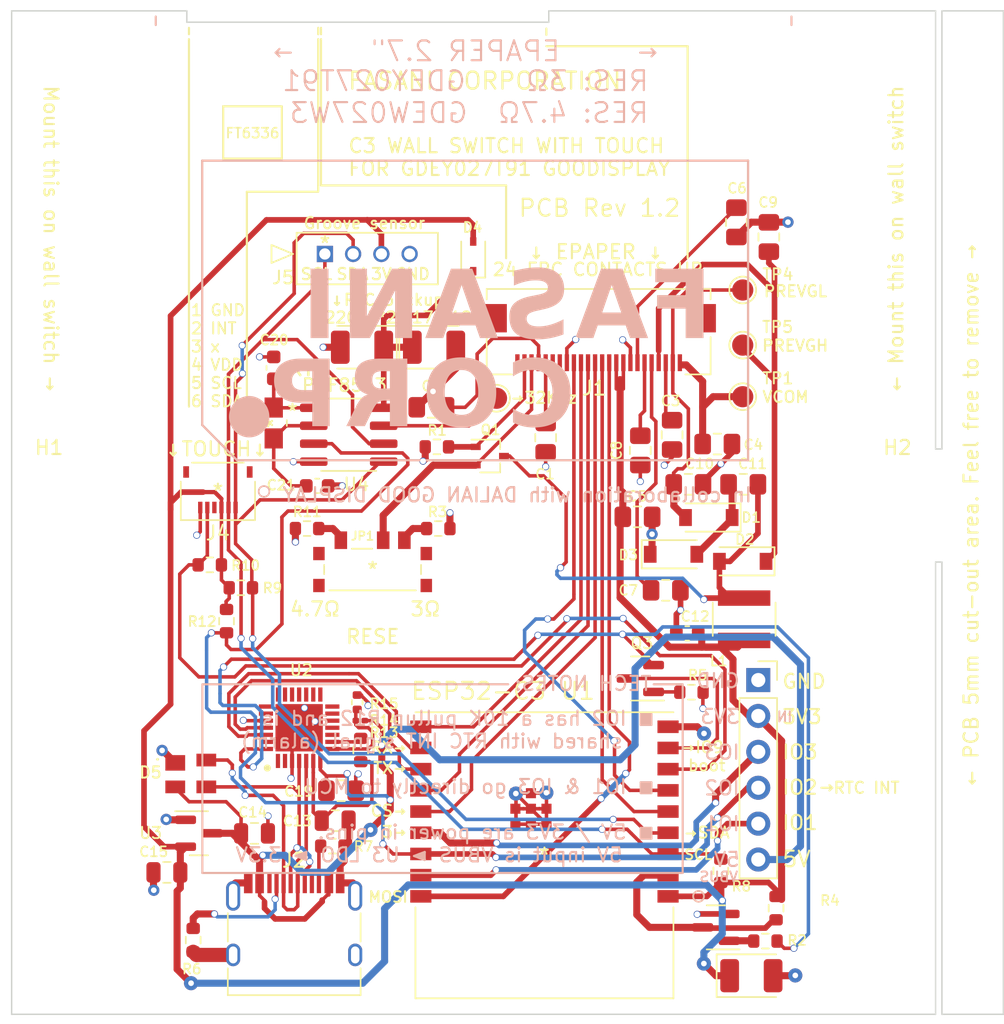
<source format=kicad_pcb>
(kicad_pcb (version 20211014) (generator pcbnew)
  (layers (0 "F.Cu" signal) (1 "In1.Cu" signal) (2 "In2.Cu" signal) (31 "B.Cu" signal) (34 "B.Paste" user) (35 "F.Paste" user) (36 "B.SilkS" user "B.Silkscreen") (37 "F.SilkS" user "F.Silkscreen") (38 "B.Mask" user) (39 "F.Mask" user) (44 "Edge.Cuts" user))
  (net 0 "")
  (net 1 "GND")
  (net 2 "+3V3")
  (net 3 "VBUS")
  (net 4 "/TOUCH_INT")
  (net 6 "Net-(C1-Pad2)")
  (net 7 "Net-(C2-Pad2)")
  (net 8 "/TOUCH_SCL")
  (net 9 "Net-(C3-Pad2)")
  (net 10 "/VCOM")
  (net 11 "Net-(C20-Pad2)")
  (net 12 "Net-(J2-PadB5)")
  (net 13 "Net-(C6-Pad2)")
  (net 14 "Net-(C7-Pad2)")
  (net 15 "/IO_9")
  (net 16 "/IO_1")
  (net 17 "/IO_2")
  (net 19 "/IO_3")
  (net 20 "Net-(C8-Pad2)")
  (net 21 "PREVGH")
  (net 22 "Net-(C10-Pad2)")
  (net 23 "Net-(C11-Pad1)")
  (net 24 "Net-(C11-Pad2)")
  (net 25 "/EPD_MOSI")
  (net 26 "/EPD_CLK")
  (net 27 "/EPD_CS")
  (net 28 "/EPD_DC")
  (net 29 "/EPD_RST")
  (net 30 "/EPD_BUSY")
  (net 33 "Net-(J1-Pad22)")
  (net 34 "Net-(J1-Pad23)")
  (net 36 "Net-(R13-Pad2)")
  (net 37 "Net-(J2-PadA5)")
  (net 39 "Net-(Q2-Pad1)")
  (net 40 "/RTS")
  (net 41 "Net-(C13-Pad1)")
  (net 42 "Net-(Q3-Pad1)")
  (net 43 "/DTR")
  (net 44 "TX")
  (net 45 "RX")
  (net 47 "/ENABLE")
  (net 59 "/TOUCH_SDA")
  (net 60 "Net-(JP1-Pad1)")
  (net 61 "Net-(JP1-Pad3)")
  (net 62 "Net-(C17-Pad1)")
  (net 63 "Net-(TP3-Pad1)")
  (net 64 "Net-(C21-Pad2)")
  (net 70 "Net-(R14-Pad1)")
  (net 71 "/D+")
  (net 72 "/D-")
  (footprint "TestPoint:TestPoint_Pad_D1.5mm" (layer "F.Cu") (at 156.55 82.3)
    (fp_text reference "TP1")
    (fp_text value "VCOM")
  )
  (footprint "Diode_SMD:D_SOD-323" (layer "F.Cu") (at 137.471501 72.37 90)
    (fp_text reference "D4")
    (fp_text value "1N5819WS" hide)
  )
  (footprint "Capacitor_SMD:C_0805_2012Metric_Pad1.18x1.45mm_HandSolder" (layer "F.Cu") (at 134.5125 83.05)
    (fp_text reference "C2")
    (fp_text value "4.7uF")
  )
  (footprint "TestPoint:TestPoint_Pad_D1.5mm" (layer "F.Cu") (at 139.12 82.41)
    (fp_text reference "TP3" hide)
    (fp_text value "32Khz")
  )
  (footprint "footprint:ESP32-C3-WROOM-02-N4" (layer "F.Cu") (at 142.514 114.75 180)
    (fp_text reference "U1")
    (fp_text value "ESP32-C3-WROOM-02-N4" hide)
  )
  (footprint "Package_TO_SOT_SMD:SOT-23" (layer "F.Cu") (at 154.65 119.85 180)
    (fp_text reference "Q2" hide)
    (fp_text value "BC817")
  )
  (footprint "Capacitor_SMD:C_0805_2012Metric_Pad1.18x1.45mm_HandSolder" (layer "F.Cu") (at 149.3 86.1 90)
    (fp_text reference "C8")
    (fp_text value "1uF")
  )
  (footprint "Capacitor_SMD:C_0805_2012Metric_Pad1.18x1.45mm_HandSolder" (layer "F.Cu") (at 151.1 96 180)
    (fp_text reference "C7")
    (fp_text value "4.7uF")
  )
  (footprint "footprint:USB_C_Receptacle_HRO_TYPE-C-31-M-12" (layer "F.Cu") (at 124.8 120.75)
    (fp_text reference "J2")
    (fp_text value "USB_C_Programming")
  )
  (footprint "Package_TO_SOT_SMD:SOT-23" (layer "F.Cu") (at 118.05 113.19)
    (fp_text reference "U3")
    (fp_text value "MCP1700-3302E_SOT23" hide)
  )
  (footprint "Resistor_SMD:R_0603_1608Metric" (layer "F.Cu") (at 129.51 107.3 90)
    (fp_text reference "R13")
    (fp_text value "1K")
  )
  (footprint "Capacitor_SMD:C_0805_2012Metric_Pad1.18x1.45mm_HandSolder" (layer "F.Cu") (at 156.5875 88.5)
    (fp_text reference "C11")
    (fp_text value "4.7uF 50V")
  )
  (footprint "Resistor_SMD:R_0603_1608Metric" (layer "F.Cu") (at 125.71 91.63 180)
    (fp_text reference "R11")
    (fp_text value "0.47R")
  )
  (footprint "Capacitor_Tantalum_SMD:CP_EIA-3528-21_Kemet-B" (layer "F.Cu") (at 129.6 78.8 180)
    (fp_text reference "C17")
    (fp_text value "220uF")
  )
  (footprint "Capacitor_SMD:C_0805_2012Metric_Pad1.18x1.45mm_HandSolder" (layer "F.Cu") (at 154.75 85.65 180)
    (fp_text reference "C4")
    (fp_text value "1uF")
  )
  (footprint "Capacitor_SMD:C_0805_2012Metric_Pad1.18x1.45mm_HandSolder" (layer "F.Cu") (at 158.4 71 -90)
    (fp_text reference "C9")
    (fp_text value "4.7uF")
  )
  (footprint "Resistor_SMD:R_0603_1608Metric" (layer "F.Cu") (at 135 91.63)
    (fp_text reference "R3")
    (fp_text value "3R")
  )
  (footprint "footprint:SP0503BAHTG" (layer "F.Cu") (at 117.48 108.96 -90)
    (fp_text reference "D5")
    (fp_text value "SP0503BAHTG" hide)
  )
  (footprint "Package_SO:SOIC-8_3.9x4.9mm_P1.27mm" (layer "F.Cu") (at 128.66 84.99)
    (fp_text reference "U4")
    (fp_text value "PCF8563T")
  )
  (footprint "footprint:Q13FC1350000400-Crystal" (layer "F.Cu") (at 123.35 84.16 90)
    (fp_text reference "Y1")
    (fp_text value "Crystal_Small" hide)
  )
  (footprint "Resistor_SMD:R_0603_1608Metric" (layer "F.Cu") (at 158.155 120.82 180)
    (fp_text reference "R2")
    (fp_text value "10 K")
  )
  (footprint "TestPoint:TestPoint_Pad_D1.5mm" (layer "F.Cu") (at 156.55 74.75)
    (fp_text reference "TP4")
    (fp_text value "PREVGL")
  )
  (footprint "MountingHole:MountingHole_3.2mm_M3" (layer "F.Cu") (at 107.45 90.1)
    (fp_text reference "H1")
    (fp_text value "MountingSwitch")
  )
  (footprint "Capacitor_SMD:C_0603_1608Metric" (layer "F.Cu") (at 126.43 88.61 180)
    (fp_text reference "C21")
    (fp_text value "12 pF")
  )
  (footprint "Capacitor_SMD:C_0805_2012Metric_Pad1.18x1.45mm_HandSolder" (layer "F.Cu") (at 156.1 69.9625 90)
    (fp_text reference "C6")
    (fp_text value "1uF")
  )
  (footprint "Resistor_SMD:R_0603_1608Metric" (layer "F.Cu") (at 152.92 103.21 180)
    (fp_text reference "R5")
    (fp_text value "10 K")
  )
  (footprint "footprint:switch-MK-12C02-G020" (layer "F.Cu") (at 130.35 94.53)
    (fp_text reference "JP1")
    (fp_text value "RESE")
  )
  (footprint "Capacitor_SMD:C_0805_2012Metric" (layer "F.Cu") (at 121.99 113.2)
    (fp_text reference "C14")
    (fp_text value "10uF")
  )
  (footprint "footprint:AFC24-S24FIC-00" (layer "F.Cu") (at 146.35 77.7 180)
    (fp_text reference "J1")
    (fp_text value "AFC24-S24FIC-00" hide)
  )
  (footprint "Capacitor_SMD:C_0805_2012Metric_Pad1.18x1.45mm_HandSolder" (layer "F.Cu") (at 152.7 88.5 180)
    (fp_text reference "C10")
    (fp_text value "4.7uF")
  )
  (footprint "Resistor_SMD:R_0603_1608Metric" (layer "F.Cu") (at 127.5 114.1)
    (fp_text reference "R7")
    (fp_text value "5.1K")
  )
  (footprint "Package_TO_SOT_SMD:SOT-23" (layer "F.Cu") (at 149.3 102.24 180)
    (fp_text reference "Q3")
    (fp_text value "BC817")
  )
  (footprint "Diode_SMD:D_SOD-123" (layer "F.Cu") (at 154.15 90.85 180)
    (fp_text reference "D1")
    (fp_text value "MBR0530" hide)
  )
  (footprint "Capacitor_SMD:C_0805_2012Metric" (layer "F.Cu") (at 127.7 112.3)
    (fp_text reference "C13")
    (fp_text value "100nF")
  )
  (footprint "Resistor_SMD:R_0603_1608Metric" (layer "F.Cu") (at 120.01 98.18 -90)
    (fp_text reference "R12")
    (fp_text value "10 K")
  )
  (footprint "Resistor_SMD:R_0603_1608Metric" (layer "F.Cu") (at 118.825 94.2 180)
    (fp_text reference "R10")
    (fp_text value "3.6K")
  )
  (footprint "Capacitor_SMD:C_0805_2012Metric" (layer "F.Cu") (at 115.79 115.96 180)
    (fp_text reference "C15")
    (fp_text value "10uF")
  )
  (footprint "Capacitor_Tantalum_SMD:CP_EIA-3528-21_Kemet-B" (layer "F.Cu") (at 157.1625 123.27)
    (fp_text reference "C16" hide)
    (fp_text value "C_Polarized 100uF" hide)
  )
  (footprint "Capacitor_SMD:C_0805_2012Metric_Pad1.18x1.45mm_HandSolder" (layer "F.Cu") (at 128.12 110.18 180)
    (fp_text reference "C19")
    (fp_text value "4.7uF")
  )
  (footprint "Resistor_SMD:R_0603_1608Metric" (layer "F.Cu") (at 134.9 85.85 180)
    (fp_text reference "R1")
    (fp_text value "10K")
  )
  (footprint "footprint:FH34SRJ-6S-0.5SH50-Hirose" (layer "F.Cu") (at 119.4 89 180)
    (fp_text reference "J4")
    (fp_text value "Conn_01x06_Female" hide)
  )
  (footprint "Resistor_SMD:R_0603_1608Metric" (layer "F.Cu") (at 121.025 95.82)
    (fp_text reference "R9")
    (fp_text value "4.7K")
  )
  (footprint "Resistor_SMD:R_0603_1608Metric" (layer "F.Cu") (at 117.65 120.75 -90)
    (fp_text reference "R6")
    (fp_text value "5.1K")
  )
  (footprint "Capacitor_SMD:C_0603_1608Metric" (layer "F.Cu") (at 123.35 80.26 -90)
    (fp_text reference "C20")
    (fp_text value "12 pF")
  )
  (footprint "Capacitor_SMD:C_0805_2012Metric_Pad1.18x1.45mm_HandSolder" (layer "F.Cu") (at 142.6 85.2 90)
    (fp_text reference "C1")
    (fp_text value "4.7uF")
  )
  (footprint "footprint:CP2102-QFN50P500X500X80-29N-D" (layer "F.Cu") (at 125.15 105.725 90)
    (fp_text reference "U2")
    (fp_text value "CP2102N-A02-GQFN28R" hide)
  )
  (footprint "Resistor_SMD:R_0402_1005Metric" (layer "F.Cu") (at 129.26 103.92 -90)
    (fp_text reference "R15")
    (fp_text value "47K")
  )
  (footprint "footprint:MOLEX-I2C-532530470" (layer "F.Cu") (at 126.971501 72.2)
    (fp_text reference "J5")
    (fp_text value "Groove sensor")
  )
  (footprint "Diode_SMD:D_SOD-123" (layer "F.Cu") (at 151.65 93.45)
    (fp_text reference "D3")
    (fp_text value "MBR0530")
  )
  (footprint "Capacitor_SMD:C_0805_2012Metric_Pad1.18x1.45mm_HandSolder" (layer "F.Cu") (at 149.1 90.8 180)
    (fp_text reference "C5")
    (fp_text value "1uF")
  )
  (footprint "Connector_PinSocket_2.54mm:PinSocket_1x06_P2.54mm_Vertical" (layer "F.Cu") (at 157.65 102.35)
    (fp_text reference "J3" hide)
    (fp_text value "Conn_01x06")
  )
  (footprint "Capacitor_Tantalum_SMD:CP_EIA-3528-21_Kemet-B" (layer "F.Cu") (at 134.7 78.8)
    (fp_text reference "C18")
    (fp_text value "220uF")
  )
  (footprint "TestPoint:TestPoint_Pad_D1.5mm" (layer "F.Cu") (at 156.55 78.65)
    (fp_text reference "TP5")
    (fp_text value "PREVGH")
  )
  (footprint "Package_TO_SOT_SMD:SOT-323_SC-70" (layer "F.Cu") (at 138.65 86.5)
    (fp_text reference "Q1")
    (fp_text value "Si1308")
  )
  (footprint "Capacitor_SMD:C_0603_1608Metric" (layer "F.Cu") (at 152.625 99.05)
    (fp_text reference "C12")
    (fp_text value "4.7uF")
  )
  (footprint "Resistor_SMD:R_0603_1608Metric" (layer "F.Cu") (at 155 115.85 90)
    (fp_text reference "R8")
    (fp_text value "4.7K")
  )
  (footprint "footprint:SWPA4030S1R0NT" (layer "F.Cu") (at 156.65 98.05 -90)
    (fp_text reference "L1")
    (fp_text value "10uH" hide)
  )
  (footprint "Diode_SMD:D_SOD-123" (layer "F.Cu") (at 156.55 93.95 180)
    (fp_text reference "D2")
    (fp_text value "MBR0530" hide)
  )
  (footprint "Resistor_SMD:R_0201_0603Metric" (layer "F.Cu") (at 129.48 105.22)
    (fp_text reference "R14")
    (fp_text value "22K")
  )
  (footprint "MountingHole:MountingHole_3.2mm_M3" (layer "F.Cu") (at 167.5 90.1)
    (fp_text reference "H2")
    (fp_text value "MountingSwitch")
  )
  (footprint "Capacitor_SMD:C_0805_2012Metric_Pad1.18x1.45mm_HandSolder" (layer "F.Cu") (at 151.55 85 90)
    (fp_text reference "C3")
    (fp_text value "4.7uF")
  )
  (footprint "Resistor_SMD:R_0603_1608Metric" (layer "F.Cu") (at 158.91 118.49 -90)
    (fp_text reference "R4")
    (fp_text value "10 K")
  )
  (gr_line (start 115 55.4) (end 115 56) (layer "B.SilkS") (width 0.15))
  (gr_line (start 160 55.4) (end 160 56) (layer "B.SilkS") (width 0.15))
  (gr_line (start 118.3 116) (end 118.3 102.75) (layer "B.SilkS") (width 0.15))
  (gr_line (start 152.3 102.75) (end 152.3 116) (layer "B.SilkS") (width 0.15))
  (gr_line (start 156.929274 86.796587) (end 120.754807 86.796587) (layer "B.SilkS") (width 0.158749))
  (gr_line (start 152.3 116) (end 118.3 116) (layer "B.SilkS") (width 0.15))
  (gr_line (start 118.3 102.65) (end 139.95 102.65) (layer "B.SilkS") (width 0.15))
  (gr_line (start 120.754807 86.796587) (end 118.289271 84.30194) (layer "B.SilkS") (width 0.158749))
  (gr_line (start 118.289271 84.30194) (end 118.289271 84.30194) (layer "B.SilkS") (width 0.158749))
  (gr_poly (pts (xy 136.782978 79.519063) (xy 136.920972 79.52676) (xy 137.055112 79.539588) (xy 137.185397 79.557548) (xy 137.311828 79.580639) (xy 137.434404 79.608861) (xy 137.553125 79.642215) (xy 137.667991 79.680699) (xy 137.779002 79.724315) (xy 137.886159 79.773062) (xy 137.989461 79.82694) (xy 138.088909 79.885949) (xy 138.184501 79.950089) (xy 138.276239 80.019361) (xy 138.364122 80.093763) (xy 138.44815 80.173296) (xy 138.527298 80.257024) (xy 138.601339 80.344807) (xy 138.670274 80.436644) (xy 138.734102 80.532536) (xy 138.792824 80.632483) (xy 138.84644 80.736485) (xy 138.89495 80.844542) (xy 138.938353 80.956654) (xy 138.976651 81.072821) (xy 139.009841 81.193043) (xy 139.037926 81.31732) (xy 139.060904 81.445652) (xy 139.078776 81.57804) (xy 139.091542 81.714483) (xy 139.099201 81.854981) (xy 139.101755 81.999535) (xy 139.099201 82.144089) (xy 139.091542 82.284588) (xy 139.078776 82.421031) (xy 139.060904 82.553419) (xy 139.037926 82.681751) (xy 139.009841 82.806028) (xy 138.976651 82.92625) (xy 138.938353 83.042417) (xy 138.89495 83.154529) (xy 138.84644 83.262586) (xy 138.792824 83.366588) (xy 138.734102 83.466535) (xy 138.670274 83.562427) (xy 138.601339 83.654264) (xy 138.527298 83.742047) (xy 138.44815 83.825774) (xy 138.364122 83.904922) (xy 138.276239 83.978962) (xy 138.184501 84.047897) (xy 138.088909 84.111725) (xy 137.989461 84.170446) (xy 137.886159 84.224062) (xy 137.779002 84.27257) (xy 137.667991 84.315973) (xy 137.553125 84.354269) (xy 137.434404 84.387459) (xy 137.311828 84.415543) (xy 137.185397 84.438521) (xy 137.055112 84.456392) (xy 136.920972 84.469157) (xy 136.782978 84.476816) (xy 136.641128 84.479369) (xy 136.499291 84.476816) (xy 136.361334 84.469157) (xy 136.227257 84.456392) (xy 136.09706 84.438521) (xy 135.970742 84.415543) (xy 135.848304 84.387459) (xy 135.729746 84.354269) (xy 135.615067 84.315973) (xy 135.504268 84.27257) (xy 135.397349 84.224062) (xy 135.29431 84.170446) (xy 135.195151 84.111725) (xy 135.099871 84.047897) (xy 135.008471 83.978962) (xy 134.920951 83.904922) (xy 134.837311 83.825774) (xy 134.757775 83.742047) (xy 134.683371 83.654264) (xy 134.614099 83.562427) (xy 134.549957 83.466535) (xy 134.490947 83.366588) (xy 134.437068 83.262586) (xy 134.388321 83.154529) (xy 134.344704 83.042417) (xy 134.30622 82.92625) (xy 134.272866 82.806028) (xy 134.244644 82.681751) (xy 134.221553 82.553419) (xy 134.203593 82.421031) (xy 134.190765 82.284588) (xy 134.183068 82.144089) (xy 134.180502 81.999535) (xy 134.180502 81.999517) (xy 135.452467 81.999517) (xy 135.453568 82.085823) (xy 135.456872 82.170128) (xy 135.462379 82.25243) (xy 135.470088 82.33273) (xy 135.480001 82.411028) (xy 135.492115 82.487323) (xy 135.506433 82.561615) (xy 135.522954 82.633904) (xy 135.522951 82.633886) (xy 135.532038 82.668878) (xy 135.541674 82.703369) (xy 135.551862 82.73736) (xy 135.5626 82.770851) (xy 135.573889 82.803841) (xy 135.585729 82.836331) (xy 135.598119 82.868321) (xy 135.61106 82.89981) (xy 135.624551 82.930799) (xy 135.638594 82.961287) (xy 135.653187 82.991275) (xy 135.66833 83.020763) (xy 135.684024 83.04975) (xy 135.700269 83.078237) (xy 135.717064 83.106223) (xy 135.734411 83.133709) (xy 135.752383 83.160168) (xy 135.771055 83.185875) (xy 135.790429 83.210832) (xy 135.810504 83.235037) (xy 135.831279 83.258492) (xy 135.852756 83.281195) (xy 135.874933 83.303148) (xy 135.897811 83.324349) (xy 135.92139 83.3448) (xy 135.94567 83.364499) (xy 135.970651 83.383448) (xy 135.996332 83.401645) (xy 136.022715 83.419091) (xy 136.049798 83.435787) (xy 136.077582 83.451731) (xy 136.106067 83.466924) (xy 136.13519 83.481279) (xy 136.164889 83.494708) (xy 136.195163 83.50721) (xy 136.226014 83.518787) (xy 136.25744 83.529437) (xy 136.289442 83.539161) (xy 136.322019 83.547959) (xy 136.355172 83.555831) (xy 136.388901 83.562777) (xy 136.423206 83.568797) (xy 136.458087 83.57389) (xy 136.493543 83.578058) (xy 136.529574 83.581299) (xy 136.566182 83.583615) (xy 136.603365 83.585004) (xy 136.641124 83.585467) (xy 136.714063 83.583777) (xy 136.7847 83.578708) (xy 136.853035 83.570261) (xy 136.919066 83.558434) (xy 136.982794 83.543227) (xy 137.04422 83.524642) (xy 137.074069 83.514082) (xy 137.103343 83.502678) (xy 137.13204 83.490428) (xy 137.160162 83.477334) (xy 137.187709 83.463395) (xy 137.21468 83.448611) (xy 137.241075 83.432982) (xy 137.266894 83.416509) (xy 137.292137 83.399191) (xy 137.316805 83.381028) (xy 137.340897 83.36202) (xy 137.364414 83.342168) (xy 137.387355 83.32147) (xy 137.40972 83.299928) (xy 137.431509 83.277541) (xy 137.452722 83.25431) (xy 137.493422 83.205312) (xy 137.53182 83.152935) (xy 137.567514 83.097742) (xy 137.600905 83.040297) (xy 137.631993 82.980599) (xy 137.660779 82.918648) (xy 137.687261 82.854444) (xy 137.711441 82.787988) (xy 137.733318 82.719279) (xy 137.752892 82.648317) (xy 137.770163 82.575102) (xy 137.785132 82.499635) (xy 137.797797 82.421914) (xy 137.80816 82.341941) (xy 137.81622 82.259714) (xy 137.821977 82.175235) (xy 137.825431 82.088502) (xy 137.826583 81.999517) (xy 137.824681 81.883679) (xy 137.818974 81.771644) (xy 137.814693 81.717053) (xy 137.809462 81.663412) (xy 137.803279 81.610722) (xy 137.796146 81.558984) (xy 137.788061 81.508196) (xy 137.779025 81.458359) (xy 137.769037 81.409474) (xy 137.758099 81.361539) (xy 137.746209 81.314556) (xy 137.733369 81.268524) (xy 137.719577 81.223444) (xy 137.704834 81.179314) (xy 137.689039 81.136212) (xy 137.672094 81.09421) (xy 137.653996 81.05331) (xy 137.634748 81.01351) (xy 137.614348 80.974813) (xy 137.592796 80.937216) (xy 137.570094 80.900721) (xy 137.546239 80.865327) (xy 137.521234 80.831035) (xy 137.495076 80.797844) (xy 137.467768 80.765755) (xy 137.439308 80.734767) (xy 137.409697 80.704881) (xy 137.378934 80.676096) (xy 137.34702 80.648413) (xy 137.313954 80.621832) (xy 137.279412 80.596225) (xy 137.243868 80.57227) (xy 137.207323 80.549968) (xy 137.169777 80.529317) (xy 137.131229 80.510318) (xy 137.091681 80.492971) (xy 137.051131 80.477275) (xy 137.00958 80.463232) (xy 136.967027 80.450841) (xy 136.923474 80.440102) (xy 136.878919 80.431015) (xy 136.833363 80.423581) (xy 136.786805 80.417798) (xy 136.739247 80.413667) (xy 136.690687 80.411189) (xy 136.641126 80.410363) (xy 136.603367 80.410826) (xy 136.566184 80.412215) (xy 136.529577 80.414531) (xy 136.493545 80.417772) (xy 136.458089 80.421939) (xy 136.423208 80.427033) (xy 136.388904 80.433053) (xy 136.355175 80.439999) (xy 136.322021 80.447871) (xy 136.289444 80.456669) (xy 136.257442 80.466393) (xy 136.226016 80.477043) (xy 136.195166 80.48862) (xy 136.164891 80.501122) (xy 136.135192 80.514551) (xy 136.106069 80.528906) (xy 136.077584 80.544114) (xy 136.0498 80.560099) (xy 136.022717 80.576859) (xy 135.996334 80.594395) (xy 135.970653 80.612706) (xy 135.945672 80.631793) (xy 135.921392 80.651655) (xy 135.897813 80.672293) (xy 135.874935 80.693707) (xy 135.852758 80.715896) (xy 135.831282 80.738862) (xy 135.810506 80.762603) (xy 135.790431 80.78712) (xy 135.771058 80.812412) (xy 135.752385 80.838481) (xy 135.734413 80.865325) (xy 135.717067 80.892431) (xy 135.700271 80.920089) (xy 135.684026 80.948297) (xy 135.668332 80.977056) (xy 135.653189 81.006366) (xy 135.638596 81.036227) (xy 135.624554 81.066639) (xy 135.611062 81.097601) (xy 135.598121 81.129115) (xy 135.585731 81.161179) (xy 135.562603 81.22696) (xy 135.541677 81.294944) (xy 135.522954 81.36513) (xy 135.506433 81.437419) (xy 135.492115 81.511711) (xy 135.480001 81.588006) (xy 135.470088 81.666304) (xy 135.462379 81.746604) (xy 135.456872 81.828907) (xy 135.453568 81.913211) (xy 135.452467 81.999517) (xy 134.180502 81.999517) (xy 134.183055 81.854595) (xy 134.190715 81.713735) (xy 134.20348 81.576955) (xy 134.221352 81.444255) (xy 134.244331 81.315635) (xy 134.272415 81.191095) (xy 134.305606 81.070635) (xy 134.343903 80.954255) (xy 134.387307 80.841955) (xy 134.435816 80.733734) (xy 134.489432 80.629594) (xy 134.548154 80.529534) (xy 134.611983 80.433553) (xy 134.680918 80.341653) (xy 134.754959 80.253833) (xy 134.834106 80.170092) (xy 134.917759 80.090945) (xy 135.005317 80.016904) (xy 135.096779 79.94797) (xy 135.192147 79.884142) (xy 135.291419 79.82542) (xy 135.394596 79.771805) (xy 135.501678 79.723296) (xy 135.612664 79.679893) (xy 135.727555 79.641597) (xy 135.846351 79.608407) (xy 135.969052 79.580323) (xy 136.095658 79.557346) (xy 136.226168 79.539474) (xy 136.360584 79.526709) (xy 136.498904 79.51905) (xy 136.641128 79.516497)) (layer "B.SilkS") (width 0) (fill solid))
  (gr_line (start 156.929274 65.598377) (end 156.929274 86.796587) (layer "B.SilkS") (width 0.158749))
  (gr_poly (pts (xy 127.311803 84.38648) (xy 126.078287 84.38648) (xy 126.078287 82.72683) (xy 125.264486 82.72683) (xy 125.155439 82.725303) (xy 125.049371 82.720723) (xy 124.946282 82.713088) (xy 124.846171 82.7024) (xy 124.749039 82.688658) (xy 124.654886 82.671862) (xy 124.563711 82.652012) (xy 124.475515 82.629109) (xy 124.390298 82.603152) (xy 124.30806 82.574142) (xy 124.2288 82.542078) (xy 124.152518 82.50696) (xy 124.079216 82.468789) (xy 124.008892 82.427565) (xy 123.941547 82.383287) (xy 123.87718 82.335955) (xy 123.816268 82.28519) (xy 123.759285 82.231422) (xy 123.706233 82.17465) (xy 123.65711 82.114876) (xy 123.611917 82.052097) (xy 123.570653 81.986316) (xy 123.53332 81.917531) (xy 123.499917 81.845743) (xy 123.470443 81.770951) (xy 123.444899 81.693156) (xy 123.423285 81.612357) (xy 123.405601 81.528555) (xy 123.391846 81.44175) (xy 123.382022 81.35194) (xy 123.376127 81.259127) (xy 123.374162 81.163311) (xy 124.646125 81.163311) (xy 124.646901 81.203559) (xy 124.649229 81.242606) (xy 124.653108 81.280451) (xy 124.65854 81.317095) (xy 124.665524 81.352538) (xy 124.674059 81.38678) (xy 124.684146 81.41982) (xy 124.695786 81.451659) (xy 124.708977 81.482296) (xy 124.72372 81.511732) (xy 124.740015 81.539966) (xy 124.757862 81.566999) (xy 124.777261 81.592831) (xy 124.798212 81.617461) (xy 124.820714 81.640889) (xy 124.844769 81.663116) (xy 124.869825 81.68368) (xy 124.896132 81.702917) (xy 124.923691 81.720828) (xy 124.952501 81.737411) (xy 124.982563 81.752668) (xy 125.013877 81.766598) (xy 125.046442 81.779201) (xy 125.080258 81.790477) (xy 125.115327 81.800427) (xy 125.151646 81.80905) (xy 125.189217 81.816346) (xy 125.22804 81.822315) (xy 125.268115 81.826958) (xy 125.30944 81.830275) (xy 125.352018 81.832264) (xy 125.395847 81.832928) (xy 126.078285 81.832928) (xy 126.078285 80.49688) (xy 125.395847 80.49688) (xy 125.352018 80.497544) (xy 125.30944 80.499533) (xy 125.268115 80.50285) (xy 125.22804 80.507493) (xy 125.189217 80.513462) (xy 125.151646 80.520759) (xy 125.115327 80.529381) (xy 125.080258 80.539331) (xy 125.046442 80.550607) (xy 125.013877 80.56321) (xy 124.982563 80.57714) (xy 124.952501 80.592397) (xy 124.923691 80.608981) (xy 124.896132 80.626891) (xy 124.869825 80.646128) (xy 124.844769 80.666692) (xy 124.820714 80.688533) (xy 124.798212 80.7116) (xy 124.777261 80.735893) (xy 124.757862 80.761412) (xy 124.740015 80.788158) (xy 124.72372 80.81613) (xy 124.708977 80.845328) (xy 124.695786 80.875753) (xy 124.684146 80.907404) (xy 124.674059 80.940282) (xy 124.665524 80.974387) (xy 124.65854 81.009718) (xy 124.653108 81.046276) (xy 124.649229 81.084061) (xy 124.646901 81.123073) (xy 124.646125 81.163311) (xy 123.374162 81.163311) (xy 123.376127 81.067504) (xy 123.382022 80.974726) (xy 123.391846 80.884976) (xy 123.405601 80.798256) (xy 123.423285 80.714565) (xy 123.444899 80.633902) (xy 123.470443 80.556269) (xy 123.499917 80.481664) (xy 123.53332 80.410089) (xy 123.570653 80.341542) (xy 123.611917 80.276025) (xy 123.65711 80.213536) (xy 123.706233 80.154076) (xy 123.759285 80.097646) (xy 123.816268 80.044244) (xy 123.87718 79.993871) (xy 123.941171 79.94654) (xy 124.008191 79.902262) (xy 124.07824 79.861037) (xy 124.151317 79.822866) (xy 124.227423 79.787748) (xy 124.306558 79.755684) (xy 124.388722 79.726674) (xy 124.473914 79.700717) (xy 124.562135 79.677814) (xy 124.653384 79.657965) (xy 124.747663 79.641169) (xy 124.84497 79.627427) (xy 124.945306 79.616738) (xy 125.04867 79.609104) (xy 125.155064 79.604523) (xy 125.264486 79.602996) (xy 127.311803 79.602996)) (layer "B.SilkS") (width 0) (fill solid))
  (gr_line (start 120.754807 86.796587) (end 120.754807 86.796587) (layer "B.SilkS") (width 0.158749))
  (gr_line (start 156.929274 65.598377) (end 156.929274 65.598377) (layer "B.SilkS") (width 0.158749))
  (gr_poly (pts (xy 153.775607 78.15) (xy 152.509831 78.15) (xy 152.509831 76.06886) (xy 150.487873 76.06886) (xy 150.487873 75.112134) (xy 152.509831 75.112134) (xy 152.509831 74.198145) (xy 150.359651 74.198145) (xy 150.359651 73.241419) (xy 153.775607 73.241419)) (layer "B.SilkS") (width 0) (fill solid))
  (gr_poly (pts (xy 149.85 78.15) (xy 148.577646 78.15) (xy 148.265311 77.255732) (xy 146.286094 77.255732) (xy 145.977047 78.15) (xy 144.704693 78.15) (xy 145.37325 76.34502) (xy 146.605005 76.34502) (xy 147.949688 76.34502) (xy 147.275702 74.392109) (xy 146.605005 76.34502) (xy 145.37325 76.34502) (xy 146.522811 73.241419) (xy 148.031881 73.241419)) (layer "B.SilkS") (width 0) (fill solid))
  (gr_line (start 150.25 102.65) (end 152.3 102.65) (layer "B.SilkS") (width 0.15))
  (gr_poly (pts (xy 127.22688 78.15) (xy 125.961101 78.15) (xy 125.961101 73.241419) (xy 127.22688 73.241419)) (layer "B.SilkS") (width 0) (fill solid))
  (gr_poly (pts (xy 129.945888 76.608069) (xy 131.731129 73.241419) (xy 133.144855 73.241419) (xy 133.144855 78.15) (xy 131.944832 78.15) (xy 131.944832 74.78335) (xy 130.159592 78.15) (xy 128.745865 78.15) (xy 128.745865 73.241419) (xy 129.945888 73.241419)) (layer "B.SilkS") (width 0) (fill solid))
  (gr_poly (pts (xy 121.688471 82.252936) (xy 121.760982 82.258591) (xy 121.832439 82.267904) (xy 121.902752 82.280783) (xy 121.971832 82.297135) (xy 122.039588 82.316869) (xy 122.105931 82.339892) (xy 122.170771 82.366113) (xy 122.234018 82.395439) (xy 122.295583 82.427779) (xy 122.355377 82.463041) (xy 122.413308 82.501132) (xy 122.469288 82.541961) (xy 122.523227 82.585436) (xy 122.575036 82.631464) (xy 122.624623 82.679953) (xy 122.671901 82.730812) (xy 122.716778 82.783948) (xy 122.759166 82.83927) (xy 122.798974 82.896686) (xy 122.836113 82.956103) (xy 122.870493 83.017429) (xy 122.902025 83.080573) (xy 122.930619 83.145442) (xy 122.956184 83.211945) (xy 122.978632 83.279989) (xy 122.997873 83.349483) (xy 123.013816 83.420334) (xy 123.026373 83.49245) (xy 123.035453 83.56574) (xy 123.040967 83.640111) (xy 123.042825 83.715472) (xy 123.040967 83.790832) (xy 123.035453 83.865203) (xy 123.026372 83.938493) (xy 123.013815 84.01061) (xy 122.997872 84.081461) (xy 122.978631 84.150954) (xy 122.956183 84.218998) (xy 122.930617 84.285501) (xy 122.902023 84.35037) (xy 122.870491 84.413514) (xy 122.836111 84.474841) (xy 122.798971 84.534257) (xy 122.759163 84.591673) (xy 122.716775 84.646995) (xy 122.671897 84.700131) (xy 122.624619 84.75099) (xy 122.575031 84.79948) (xy 122.523223 84.845508) (xy 122.469284 84.888982) (xy 122.413303 84.929811) (xy 122.355371 84.967902) (xy 122.295578 85.003164) (xy 122.234012 85.035504) (xy 122.170764 85.064831) (xy 122.105924 85.091051) (xy 122.039581 85.114075) (xy 121.971824 85.133809) (xy 121.902744 85.150161) (xy 121.832431 85.163039) (xy 121.760973 85.172352) (xy 121.688461 85.178007) (xy 121.614985 85.179913) (xy 121.541509 85.178007) (xy 121.468997 85.172352) (xy 121.39754 85.163039) (xy 121.327227 85.150161) (xy 121.258148 85.133809) (xy 121.190392 85.114075) (xy 121.124049 85.091051) (xy 121.059209 85.064831) (xy 120.995961 85.035504) (xy 120.934396 85.003164) (xy 120.874603 84.967902) (xy 120.816671 84.929811) (xy 120.760691 84.888982) (xy 120.706752 84.845508) (xy 120.654944 84.79948) (xy 120.605356 84.75099) (xy 120.558079 84.700131) (xy 120.513201 84.646995) (xy 120.470814 84.591673) (xy 120.431005 84.534257) (xy 120.393866 84.474841) (xy 120.359486 84.413514) (xy 120.327954 84.35037) (xy 120.29936 84.285501) (xy 120.273795 84.218998) (xy 120.251347 84.150954) (xy 120.232106 84.081461) (xy 120.216163 84.01061) (xy 120.203606 83.938493) (xy 120.194526 83.865203) (xy 120.189013 83.790832) (xy 120.187155 83.715472) (xy 120.189013 83.640111) (xy 120.194527 83.56574) (xy 120.203608 83.49245) (xy 120.216165 83.420334) (xy 120.232108 83.349483) (xy 120.251349 83.279989) (xy 120.273797 83.211945) (xy 120.299363 83.145442) (xy 120.327957 83.080573) (xy 120.359489 83.017429) (xy 120.393869 82.956103) (xy 120.431009 82.896686) (xy 120.470817 82.83927) (xy 120.513205 82.783948) (xy 120.558083 82.730812) (xy 120.605361 82.679953) (xy 120.654948 82.631464) (xy 120.706757 82.585436) (xy 120.760696 82.541961) (xy 120.816677 82.501132) (xy 120.874608 82.463041) (xy 120.934402 82.427779) (xy 120.995968 82.395439) (xy 121.059215 82.366113) (xy 121.124056 82.339892) (xy 121.190399 82.316869) (xy 121.258155 82.297135) (xy 121.327235 82.280783) (xy 121.397549 82.267904) (xy 121.469006 82.258591) (xy 121.541518 82.252936) (xy 121.614995 82.251031)) (layer "B.SilkS") (width 0) (fill solid))
  (gr_line (start 118.289271 84.30194) (end 118.289271 65.598377) (layer "B.SilkS") (width 0.158749))
  (gr_poly (pts (xy 141.91575 79.5191) (xy 142.060365 79.52691) (xy 142.201001 79.539926) (xy 142.337656 79.558149) (xy 142.470332 79.581578) (xy 142.599028 79.610213) (xy 142.723744 79.644055) (xy 142.84448 79.683102) (xy 142.961236 79.727357) (xy 143.074012 79.776817) (xy 143.182809 79.831484) (xy 143.287625 79.891357) (xy 143.388462 79.956436) (xy 143.485318 80.026721) (xy 143.578195 80.102212) (xy 143.667091 80.182909) (xy 143.750894 80.2681) (xy 143.829291 80.35707) (xy 143.902281 80.44982) (xy 143.969864 80.546351) (xy 144.032041 80.646661) (xy 144.08881 80.750751) (xy 144.140174 80.85862) (xy 144.18613 80.97027) (xy 144.22668 81.085699) (xy 144.261823 81.204908) (xy 144.29156 81.327897) (xy 144.31589 81.454665) (xy 144.334813 81.585213) (xy 144.34833 81.719541) (xy 144.35644 81.857648) (xy 144.359143 81.999535) (xy 144.356427 82.141422) (xy 144.348279 82.27953) (xy 144.3347 82.413857) (xy 144.315689 82.544405) (xy 144.291247 82.671174) (xy 144.261373 82.794163) (xy 144.226067 82.913372) (xy 144.185329 83.028801) (xy 144.13916 83.140451) (xy 144.087559 83.24832) (xy 144.030526 83.35241) (xy 143.968062 83.45272) (xy 143.900166 83.54925) (xy 143.826839 83.642001) (xy 143.74808 83.730971) (xy 143.663889 83.816161) (xy 143.575005 83.896473) (xy 143.482165 83.971602) (xy 143.385371 84.041551) (xy 143.284622 84.106317) (xy 143.179918 84.165903) (xy 143.07126 84.220306) (xy 142.958646 84.269529) (xy 142.842078 84.31357) (xy 142.721554 84.352429) (xy 142.597076 84.386107) (xy 142.468644 84.414604) (xy 142.336256 84.43792) (xy 142.199913 84.456054) (xy 142.059616 84.469007) (xy 141.915364 84.476779) (xy 141.767157 84.479369) (xy 141.668273 84.47798) (xy 141.570265 84.473813) (xy 141.473133 84.466867) (xy 141.376877 84.457142) (xy 141.281498 84.44464) (xy 141.186994 84.429358) (xy 141.093366 84.411299) (xy 141.000615 84.39046) (xy 140.908739 84.366843) (xy 140.81774 84.340448) (xy 140.727617 84.311274) (xy 140.638369 84.279321) (xy 140.549998 84.24459) (xy 140.462503 84.20708) (xy 140.375884 84.166791) (xy 140.290141 84.123724) (xy 140.290141 83.133709) (xy 140.372868 83.188414) (xy 140.456046 83.23959) (xy 140.539674 83.287236) (xy 140.623752 83.331353) (xy 140.708281 83.371941) (xy 140.793261 83.408999) (xy 140.878691 83.442528) (xy 140.964571 83.472527) (xy 141.050903 83.498997) (xy 141.137684 83.521938) (xy 141.224916 83.54135) (xy 141.312599 83.557232) (xy 141.400733 83.569585) (xy 141.489316 83.578408) (xy 141.578351 83.583702) (xy 141.667836 83.585467) (xy 141.667831 83.585503) (xy 141.750758 83.583839) (xy 141.831332 83.578845) (xy 141.909553 83.570523) (xy 141.985421 83.558872) (xy 142.058937 83.543891) (xy 142.130099 83.525581) (xy 142.198909 83.503943) (xy 142.265366 83.478975) (xy 142.329469 83.450678) (xy 142.39122 83.419052) (xy 142.450618 83.384096) (xy 142.507663 83.345812) (xy 142.562356 83.304198) (xy 142.614695 83.259255) (xy 142.664682 83.210982) (xy 142.712315 83.15938) (xy 142.75732 83.104912) (xy 142.799422 83.048042) (xy 142.83862 82.988768) (xy 142.874915 82.927092) (xy 142.908306 82.863012) (xy 142.938793 82.79653) (xy 142.966377 82.727645) (xy 142.991057 82.656358) (xy 143.012834 82.582667) (xy 143.031707 82.506574) (xy 143.047677 82.428077) (xy 143.060743 82.347178) (xy 143.070905 82.263876) (xy 143.078164 82.178172) (xy 143.082519 82.090064) (xy 143.083971 81.999554) (xy 143.082519 81.909043) (xy 143.078164 81.820936) (xy 143.070905 81.735231) (xy 143.060743 81.651929) (xy 143.047677 81.57103) (xy 143.031707 81.492534) (xy 143.012834 81.41644) (xy 142.991057 81.34275) (xy 142.966377 81.271462) (xy 142.938793 81.202577) (xy 142.908306 81.136095) (xy 142.874915 81.072016) (xy 142.83862 81.010339) (xy 142.799422 80.951066) (xy 142.75732 80.894195) (xy 142.712315 80.839727) (xy 142.664682 80.787739) (xy 142.614695 80.739105) (xy 142.562356 80.693825) (xy 142.507663 80.651899) (xy 142.450618 80.613327) (xy 142.39122 80.578108) (xy 142.329469 80.546244) (xy 142.265366 80.517734) (xy 142.198909 80.492578) (xy 142.130099 80.470775) (xy 142.058937 80.452327) (xy 141.985421 80.437233) (xy 141.909553 80.425494) (xy 141.831332 80.417108) (xy 141.750758 80.412077) (xy 141.667831 80.4104) (xy 141.579097 80.412164) (xy 141.490714 80.417458) (xy 141.402681 80.426282) (xy 141.314998 80.438634) (xy 141.227666 80.454517) (xy 141.140684 80.473928) (xy 141.054053 80.496869) (xy 140.967772 80.523339) (xy 140.881841 80.553339) (xy 140.796261 80.586868) (xy 140.711032 80.623926) (xy 140.626152 80.664513) (xy 140.541623 80.70863) (xy 140.457445 80.756277) (xy 140.373617 80.807452) (xy 140.290139 80.862157) (xy 140.290139 79.872143) (xy 140.375882 79.829075) (xy 140.462501 79.788787) (xy 140.549996 79.751277) (xy 140.638367 79.716545) (xy 140.727614 79.684593) (xy 140.817738 79.655418) (xy 140.908737 79.629023) (xy 141.000613 79.605406) (xy 141.093364 79.584568) (xy 141.186992 79.566508) (xy 141.281495 79.551227) (xy 141.376875 79.538724) (xy 141.473131 79.529) (xy 141.570263 79.522054) (xy 141.668271 79.517886) (xy 141.767154 79.516497)) (layer "B.SilkS") (width 0) (fill solid))
  (gr_poly (pts (xy 132.806289 84.386462) (xy 131.572772 84.386462) (xy 131.572772 82.576226) (xy 131.223543 82.576226) (xy 131.184821 82.576789) (xy 131.147149 82.578479) (xy 131.110529 82.581295) (xy 131.07496 82.585238) (xy 131.040443 82.590307) (xy 131.006976 82.596503) (xy 130.974561 82.603824) (xy 130.943198 82.612273) (xy 130.912886 82.621847) (xy 130.883625 82.632548) (xy 130.855415 82.644375) (xy 130.828256 82.657328) (xy 130.802149 82.671408) (xy 130.777094 82.686614) (xy 130.753089 82.702945) (xy 130.730136 82.720403) (xy 130.707383 82.73879) (xy 130.68478 82.758703) (xy 130.662327 82.780143) (xy 130.640025 82.803109) (xy 130.617873 82.827603) (xy 130.59587 82.853624) (xy 130.574019 82.881171) (xy 130.552317 82.910245) (xy 130.530765 82.940845) (xy 130.509364 82.972973) (xy 130.488113 83.006627) (xy 130.467012 83.041807) (xy 130.446061 83.078515) (xy 130.425261 83.116749) (xy 130.40461 83.156509) (xy 130.38411 83.197796) (xy 129.800994 84.386462) (xy 128.487379 84.386462) (xy 129.157001 83.027984) (xy 129.203659 82.93742) (xy 129.250716 82.851564) (xy 129.298175 82.770414) (xy 129.322054 82.731603) (xy 129.346033 82.69397) (xy 129.370113 82.657513) (xy 129.394293 82.622232) (xy 129.418572 82.588128) (xy 129.442952 82.5552) (xy 129.467432 82.523449) (xy 129.492013 82.492874) (xy 129.516693 82.463475) (xy 129.541474 82.435253) (xy 129.566229 82.408232) (xy 129.591635 82.382438) (xy 129.617692 82.35787) (xy 129.6444 82.334529) (xy 129.671759 82.312414) (xy 129.699768 82.291526) (xy 129.728428 82.271865) (xy 129.757739 82.253429) (xy 129.787701 82.236221) (xy 129.818314 82.220239) (xy 129.849577 82.205483) (xy 129.881491 82.191954) (xy 129.914056 82.179652) (xy 129.947272 82.168575) (xy 129.981139 82.158726) (xy 130.015656 82.150103) (xy 129.904307 82.111517) (xy 129.800141 82.067851) (xy 129.703159 82.019103) (xy 129.613362 81.965275) (xy 129.571157 81.936455) (xy 129.530748 81.906365) (xy 129.492134 81.875005) (xy 129.455317 81.842375) (xy 129.420296 81.808474) (xy 129.387071 81.773303) (xy 129.355642 81.736862) (xy 129.326008 81.699151) (xy 129.298171 81.660169) (xy 129.27213 81.619917) (xy 129.247884 81.578395) (xy 129.225435 81.535602) (xy 129.204781 81.491539) (xy 129.185924 81.446206) (xy 129.168862 81.399602) (xy 129.153596 81.351728) (xy 129.128453 81.252169) (xy 129.110493 81.147529) (xy 129.106377 81.105614) (xy 130.329641 81.105614) (xy 130.330279 81.144614) (xy 130.332194 81.182311) (xy 130.335385 81.218707) (xy 130.339853 81.2538) (xy 130.345598 81.287592) (xy 130.352619 81.320082) (xy 130.360917 81.35127) (xy 130.370491 81.381156) (xy 130.381342 81.409741) (xy 130.393469 81.437024) (xy 130.406873 81.463006) (xy 130.421554 81.487686) (xy 130.437511 81.511065) (xy 130.454745 81.533143) (xy 130.473255 81.553919) (xy 130.493042 81.573394) (xy 130.514005 81.59163) (xy 130.536846 81.608689) (xy 130.561564 81.624572) (xy 130.588159 81.639278) (xy 130.616632 81.652807) (xy 130.646982 81.66516) (xy 130.679209 81.676336) (xy 130.713313 81.686336) (xy 130.749295 81.695159) (xy 130.787154 81.702805) (xy 130.82689 81.709276) (xy 130.868504 81.714569) (xy 130.911995 81.718686) (xy 130.957363 81.721627) (xy 131.004609 81.723392) (xy 131.053731 81.72398) (xy 131.57277 81.72398) (xy 131.57277 80.49688) (xy 131.053731 80.49688) (xy 131.008038 80.497419) (xy 130.963871 80.499033) (xy 130.921231 80.501724) (xy 130.880118 80.505491) (xy 130.840532 80.510334) (xy 130.802473 80.516254) (xy 130.765941 80.52325) (xy 130.730935 80.531323) (xy 130.697456 80.540471) (xy 130.665505 80.550696) (xy 130.63508 80.561998) (xy 130.606182 80.574375) (xy 130.57881 80.587829) (xy 130.552966 80.602359) (xy 130.528649 80.617966) (xy 130.505858 80.634649) (xy 130.484519 80.652257) (xy 130.464557 80.671442) (xy 130.445972 80.692204) (xy 130.428764 80.714544) (xy 130.412932 80.73846) (xy 130.398476 80.763954) (xy 130.385398 80.791024) (xy 130.373696 80.819672) (xy 130.363371 80.849897) (xy 130.354422 80.8817) (xy 130.346851 80.915079) (xy 130.340655 80.950035) (xy 130.335837 80.986569) (xy 130.332395 81.02468) (xy 130.33033 81.064368) (xy 130.329642 81.105633) (xy 130.329641 81.105614) (xy 129.106377 81.105614) (xy 129.099717 81.037807) (xy 129.096126 80.923003) (xy 129.096127 80.922985) (xy 129.096477 80.884451) (xy 129.097528 80.846543) (xy 129.099281 80.80926) (xy 129.101734 80.772603) (xy 129.104887 80.736572) (xy 129.108742 80.701166) (xy 129.113298 80.666386) (xy 129.118554 80.632232) (xy 129.124512 80.598703) (xy 129.13117 80.565801) (xy 129.138529 80.533524) (xy 129.146589 80.501872) (xy 129.155349 80.470847) (xy 129.164811 80.440447) (xy 129.174974 80.410672) (xy 129.185837 80.381524) (xy 129.197113 80.352503) (xy 129.209316 80.323907) (xy 129.222445 80.295736) (xy 129.2365 80.267991) (xy 129.251481 80.24067) (xy 129.267388 80.213776) (xy 129.284221 80.187306) (xy 129.30198 80.161262) (xy 129.320666 80.135643) (xy 129.340277 80.110449) (xy 129.360815 80.085681) (xy 129.382279 80.061338) (xy 129.404669 80.03742) (xy 129.427985 80.013927) (xy 129.452227 79.99086) (xy 129.477396 79.968218) (xy 129.50364 79.946127) (xy 129.531112 79.924712) (xy 129.559809 79.903974) (xy 129.589734 79.883911) (xy 129.620884 79.864525) (xy 129.653262 79.845815) (xy 129.686865 79.827781) (xy 129.721696 79.810423) (xy 129.757753 79.79374) (xy 129.795036 79.777734) (xy 129.833546 79.762403) (xy 129.873282 79.747748) (xy 129.914245 79.733769) (xy 129.956434 79.720466) (xy 129.99985 79.707838) (xy 130.044493 79.695885) (xy 130.137407 79.674108) (xy 130.235128 79.655236) (xy 130.337654 79.639267) (xy 130.444986 79.626202) (xy 130.557124 79.616041) (xy 130.674067 79.608784) (xy 130.795817 79.604429) (xy 130.922373 79.602978) (xy 132.806289 79.602978)) (layer "B.SilkS") (width 0) (fill solid))
  (gr_poly (pts (xy 142.177376 73.154139) (xy 142.280657 73.158609) (xy 142.38101 73.166057) (xy 142.478435 73.176486) (xy 142.572932 73.189894) (xy 142.6645 73.206281) (xy 142.753141 73.225648) (xy 142.838853 73.247995) (xy 142.921638 73.27332) (xy 143.001494 73.301625) (xy 143.078422 73.33291) (xy 143.152421 73.367174) (xy 143.223493 73.404417) (xy 143.291636 73.444639) (xy 143.356852 73.487841) (xy 143.419139 73.534021) (xy 143.478061 73.583169) (xy 143.533182 73.635271) (xy 143.584502 73.690327) (xy 143.63202 73.748337) (xy 143.675736 73.809301) (xy 143.715651 73.873219) (xy 143.751765 73.940091) (xy 143.784077 74.009917) (xy 143.812588 74.082697) (xy 143.837297 74.158431) (xy 143.858205 74.237118) (xy 143.875312 74.318759) (xy 143.888617 74.403354) (xy 143.89812 74.490903) (xy 143.903823 74.581405) (xy 143.905723 74.67486) (xy 143.904323 74.750608) (xy 143.900124 74.824147) (xy 143.893125 74.895477) (xy 143.883326 74.964597) (xy 143.870727 75.031509) (xy 143.855329 75.096211) (xy 143.837131 75.158704) (xy 143.816133 75.218988) (xy 143.792335 75.277063) (xy 143.765738 75.332928) (xy 143.736341 75.386585) (xy 143.704145 75.438033) (xy 143.669148 75.487272) (xy 143.631352 75.534302) (xy 143.590756 75.579123) (xy 143.547361 75.621735) (xy 143.50123 75.662549) (xy 143.452427 75.701976) (xy 143.400954 75.740017) (xy 143.346809 75.77667) (xy 143.289993 75.811936) (xy 143.230505 75.845815) (xy 143.168346 75.878307) (xy 143.103516 75.909412) (xy 143.036015 75.93913) (xy 142.965842 75.967461) (xy 142.892998 75.994405) (xy 142.817483 76.019962) (xy 142.739297 76.044132) (xy 142.658439 76.066915) (xy 142.574909 76.088311) (xy 142.488709 76.108319) (xy 141.998836 76.216809) (xy 141.948813 76.228034) (xy 141.900666 76.239515) (xy 141.854394 76.251253) (xy 141.809996 76.263248) (xy 141.767474 76.275499) (xy 141.726827 76.288007) (xy 141.688055 76.300772) (xy 141.651158 76.313794) (xy 141.616136 76.327072) (xy 141.582989 76.340608) (xy 141.551716 76.3544) (xy 141.522319 76.368449) (xy 141.494797 76.382755) (xy 141.46915 76.397319) (xy 141.445378 76.412139) (xy 141.423482 76.427216) (xy 141.402779 76.44291) (xy 141.383412 76.45958) (xy 141.36538 76.477226) (xy 141.348685 76.495849) (xy 141.333325 76.515448) (xy 141.3193 76.536022) (xy 141.306612 76.557573) (xy 141.295259 76.5801) (xy 141.285241 76.603602) (xy 141.27656 76.628081) (xy 141.269214 76.653535) (xy 141.263203 76.679965) (xy 141.258529 76.707371) (xy 141.25519 76.735752) (xy 141.253186 76.765109) (xy 141.252518 76.795441) (xy 141.252647 76.806907) (xy 141.253032 76.818297) (xy 141.253674 76.82961) (xy 141.254573 76.840846) (xy 141.255729 76.852005) (xy 141.257142 76.863087) (xy 141.258811 76.874092) (xy 141.260738 76.885021) (xy 141.262921 76.895873) (xy 141.265361 76.906648) (xy 141.268058 76.917346) (xy 141.271012 76.927967) (xy 141.274223 76.938512) (xy 141.277691 76.948979) (xy 141.281416 76.95937) (xy 141.285397 76.969684) (xy 141.289713 76.979985) (xy 141.294439 76.990338) (xy 141.299576 77.000741) (xy 141.305124 77.011196) (xy 141.311084 77.021701) (xy 141.317454 77.032258) (xy 141.324235 77.042867) (xy 141.331427 77.053526) (xy 141.33903 77.064237) (xy 141.347043 77.074999) (xy 141.355468 77.085812) (xy 141.364304 77.096677) (xy 141.373551 77.107593) (xy 141.383208 77.11856) (xy 141.393277 77.129579) (xy 141.403756 77.14065) (xy 141.414814 77.151202) (xy 141.426616 77.161499) (xy 141.439164 77.171539) (xy 141.452456 77.181323) (xy 141.466493 77.190851) (xy 141.481275 77.200122) (xy 141.496802 77.209137) (xy 141.513074 77.217895) (xy 141.53009 77.226397) (xy 141.547852 77.234643) (xy 141.566358 77.242632) (xy 141.585609 77.250365) (xy 141.605605 77.257841) (xy 141.626346 77.26506) (xy 141.647832 77.272023) (xy 141.670063 77.27873) (xy 141.715732 77.290291) (xy 141.763969 77.300311) (xy 141.814775 77.308789) (xy 141.86815 77.315726) (xy 141.924093 77.321121) (xy 141.982604 77.324975) (xy 142.043684 77.327287) (xy 142.107332 77.328058) (xy 142.208199 77.326093) (xy 142.310247 77.320199) (xy 142.413476 77.310374) (xy 142.517887 77.29662) (xy 142.62348 77.278936) (xy 142.730254 77.257322) (xy 142.83821 77.231778) (xy 142.947347 77.202304) (xy 143.057666 77.1689) (xy 143.169166 77.131566) (xy 143.281848 77.090302) (xy 143.395712 77.045108) (xy 143.510757 76.995984) (xy 143.626984 76.94293) (xy 143.744392 76.885945) (xy 143.862982 76.825031) (xy 143.862982 77.893543) (xy 143.744688 77.936142) (xy 143.626522 77.975992) (xy 143.508485 78.013094) (xy 143.390575 78.047447) (xy 143.272795 78.079053) (xy 143.155143 78.10791) (xy 143.037619 78.134019) (xy 142.920223 78.157379) (xy 142.802956 78.177991) (xy 142.685818 78.195855) (xy 142.568808 78.21097) (xy 142.451926 78.223338) (xy 142.335173 78.232957) (xy 142.218548 78.239827) (xy 142.102052 78.24395) (xy 141.985684 78.245324) (xy 141.868276 78.243834) (xy 141.754412 78.239365) (xy 141.644093 78.231916) (xy 141.537319 78.221488) (xy 141.434089 78.20808) (xy 141.334404 78.191692) (xy 141.238263 78.172325) (xy 141.145667 78.149979) (xy 141.056616 78.124654) (xy 140.971109 78.096349) (xy 140.889147 78.065064) (xy 140.810729 78.030801) (xy 140.735856 77.993558) (xy 140.664527 77.953335) (xy 140.596743 77.910134) (xy 140.532504 77.863953) (xy 140.471989 77.814485) (xy 140.415378 77.76142) (xy 140.362672 77.704759) (xy 140.313869 77.644501) (xy 140.268971 77.580648) (xy 140.227977 77.513198) (xy 140.190887 77.442153) (xy 140.157702 77.367511) (xy 140.12842 77.289273) (xy 140.103043 77.207439) (xy 140.08157 77.122008) (xy 140.064001 77.032982) (xy 140.050337 76.94036) (xy 140.040576 76.844142) (xy 140.03472 76.744328) (xy 140.032768 76.640918) (xy 140.034181 76.562798) (xy 140.038419 76.487067) (xy 140.045482 76.413724) (xy 140.055371 76.34277) (xy 140.068085 76.274204) (xy 140.083625 76.208027) (xy 140.10199 76.144238) (xy 140.123181 76.082838) (xy 140.147197 76.023826) (xy 140.174038 75.967203) (xy 140.203705 75.912968) (xy 140.236197 75.861122) (xy 140.271514 75.811663) (xy 140.309657 75.764594) (xy 140.350626 75.719912) (xy 140.39442 75.677619) (xy 140.440897 75.636795) (xy 140.49074 75.597332) (xy 140.543948 75.55923) (xy 140.60052 75.522489) (xy 140.660457 75.487108) (xy 140.723758 75.453089) (xy 140.790425 75.420431) (xy 140.860456 75.389134) (xy 140.933852 75.359198) (xy 141.010613 75.330623) (xy 141.090739 75.303409) (xy 141.174229 75.277556) (xy 141.261084 75.253064) (xy 141.351304 75.229934) (xy 141.444889 75.208165) (xy 141.541839 75.187757) (xy 142.081027 75.079267) (xy 142.125437 75.0697) (xy 142.168254 75.059902) (xy 142.209479 75.049872) (xy 142.249112 75.039612) (xy 142.287152 75.029121) (xy 142.323599 75.018399) (xy 142.358454 75.007445) (xy 142.391717 74.99626) (xy 142.423387 74.984844) (xy 142.453465 74.973197) (xy 142.48195 74.961318) (xy 142.508842 74.949207) (xy 142.534142 74.936866) (xy 142.55785 74.924292) (xy 142.579965 74.911487) (xy 142.600488 74.89845) (xy 142.619598 74.884503) (xy 142.637475 74.869786) (xy 142.654119 74.854298) (xy 142.669531 74.838039) (xy 142.683709 74.82101) (xy 142.696655 74.80321) (xy 142.708367 74.784639) (xy 142.718847 74.765298) (xy 142.728094 74.745186) (xy 142.736107 74.724304) (xy 142.742888 74.702651) (xy 142.748437 74.680228) (xy 142.752752 74.657035) (xy 142.755834 74.63307) (xy 142.757683 74.608336) (xy 142.7583 74.582831) (xy 142.757504 74.552457) (xy 142.755115 74.522982) (xy 142.751134 74.494406) (xy 142.748546 74.480456) (xy 142.74556 74.46673) (xy 142.742176 74.453229) (xy 142.738394 74.439952) (xy 142.734213 74.4269) (xy 142.729635 74.414073) (xy 142.724658 74.401471) (xy 142.719284 74.389094) (xy 142.713511 74.376941) (xy 142.70734 74.365014) (xy 142.700771 74.35331) (xy 142.693804 74.341832) (xy 142.686439 74.330579) (xy 142.678675 74.31955) (xy 142.670514 74.308746) (xy 142.661954 74.298167) (xy 142.652996 74.287812) (xy 142.64364 74.277683) (xy 142.633886 74.267778) (xy 142.623734 74.258097) (xy 142.613184 74.248642) (xy 142.602235 74.239411) (xy 142.579144 74.221625) (xy 142.55446 74.204737) (xy 142.527901 74.188413) (xy 142.499185 74.173142) (xy 142.468311 74.158925) (xy 142.435279 74.145761) (xy 142.40009 74.13365) (xy 142.362744 74.122592) (xy 142.32324 74.112587) (xy 142.281578 74.103635) (xy 142.237759 74.095736) (xy 142.191782 74.088891) (xy 142.143647 74.083099) (xy 142.093355 74.07836) (xy 142.040906 74.074674) (xy 141.986299 74.072041) (xy 141.870611 74.069934) (xy 141.782626 74.07136) (xy 141.693742 74.075636) (xy 141.603959 74.082764) (xy 141.513276 74.092742) (xy 141.421695 74.105571) (xy 141.329215 74.121251) (xy 141.235835 74.139782) (xy 141.141557 74.161164) (xy 141.046379 74.185398) (xy 140.950303 74.212482) (xy 140.853328 74.242418) (xy 140.755453 74.275205) (xy 140.65668 74.310843) (xy 140.557007 74.349332) (xy 140.456436 74.390672) (xy 140.354965 74.434864) (xy 140.354965 73.395942) (xy 140.57884 73.33892) (xy 140.800043 73.289501) (xy 141.018574 73.247685) (xy 141.234435 73.213472) (xy 141.447623 73.186862) (xy 141.658141 73.167855) (xy 141.865987 73.156451) (xy 142.071162 73.152649) (xy 142.071167 73.152649)) (layer "B.SilkS") (width 0) (fill solid))
  (gr_line (start 118.289271 65.598377) (end 156.929274 65.598377) (layer "B.SilkS") (width 0.158749))
  (gr_line (start 156.929274 86.796587) (end 156.929274 86.796587) (layer "B.SilkS") (width 0.158749))
  (gr_poly (pts (xy 139.223932 78.15) (xy 137.951578 78.15) (xy 137.639243 77.255732) (xy 135.660026 77.255732) (xy 135.350979 78.15) (xy 134.078624 78.15) (xy 134.747182 76.34502) (xy 135.978937 76.34502) (xy 137.32362 76.34502) (xy 136.649634 74.392109) (xy 135.978937 76.34502) (xy 134.747182 76.34502) (xy 135.896743 73.241419) (xy 137.405813 73.241419)) (layer "B.SilkS") (width 0) (fill solid))
  (gr_line (start 139.8 72.5) (end 139.8 67.35) (layer "F.SilkS") (width 0.15))
  (gr_line (start 142.65 56.7) (end 142.65 56.25) (layer "F.SilkS") (width 0.15))
  (gr_line (start 126.7 67.35) (end 126.7 57) (layer "F.SilkS") (width 0.15))
  (gr_line (start 139.8 67.35) (end 126.7 67.35) (layer "F.SilkS") (width 0.15))
  (gr_line (start 126.5 56.65) (end 126.5 56.2) (layer "F.SilkS") (width 0.15))
  (gr_line (start 126.5 67.8) (end 126.5 57) (layer "F.SilkS") (width 0.15))
  (gr_line (start 121.45 67.8) (end 126.45 67.8) (layer "F.SilkS") (width 0.15))
  (gr_line (start 121.45 83) (end 121.45 67.8) (layer "F.SilkS") (width 0.15))
  (gr_line (start 126.7 56.65) (end 126.7 56.2) (layer "F.SilkS") (width 0.15))
  (gr_rect (start 119.775 61.75) (end 123.925 65.45) (layer "F.SilkS") (width 0.15) (fill none))
  (gr_line (start 117.35 83) (end 117.35 57) (layer "F.SilkS") (width 0.15))
  (gr_line (start 152.65 57.5) (end 142.65 57.5) (layer "F.SilkS") (width 0.15))
  (gr_line (start 117.35 56.65) (end 117.35 56.2) (layer "F.SilkS") (width 0.15))
  (gr_line (start 152.65 72.5) (end 152.65 57.5) (layer "F.SilkS") (width 0.15))
  (gr_line (start 170.65 126) (end 170.65 94) (layer "Edge.Cuts") (width 0.1))
  (gr_line (start 170.65 55) (end 175 55) (layer "Edge.Cuts") (width 0.1))
  (gr_line (start 170.2 94) (end 170.65 94) (layer "Edge.Cuts") (width 0.1))
  (gr_line (start 117.2 55) (end 104.8 55) (layer "Edge.Cuts") (width 0.1))
  (gr_line (start 142.82 55) (end 170.2 55) (layer "Edge.Cuts") (width 0.1))
  (gr_line (start 117.2 55.8) (end 142.82 55.8) (layer "Edge.Cuts") (width 0.1))
  (gr_line (start 104.8 126) (end 170.2 126) (layer "Edge.Cuts") (width 0.1))
  (gr_line (start 170.2 86) (end 170.2 55) (layer "Edge.Cuts") (width 0.1))
  (gr_line (start 104.8 55) (end 104.8 126) (layer "Edge.Cuts") (width 0.1))
  (gr_line (start 175 126) (end 170.65 126) (layer "Edge.Cuts") (width 0.1))
  (gr_line (start 175 126) (end 175 55) (layer "Edge.Cuts") (width 0.1))
  (gr_line (start 142.82 55.8) (end 142.82 55) (layer "Edge.Cuts") (width 0.1))
  (gr_line (start 170.2 126) (end 170.2 94) (layer "Edge.Cuts") (width 0.1))
  (gr_line (start 170.2 86) (end 170.65 86) (layer "Edge.Cuts") (width 0.1))
  (gr_line (start 170.65 86) (end 170.65 55) (layer "Edge.Cuts") (width 0.1))
  (gr_line (start 117.2 55) (end 117.2 55.8) (layer "Edge.Cuts") (width 0.1))
  (gr_text "GND" (at 154.8 102.4) (layer "B.SilkS") (effects (font (size 1 1)) (justify mirror)))
  (gr_text "IO1" (at 155.085715 112.52) (layer "B.SilkS") (effects (font (size 1 1)) (justify mirror)))
  (gr_text "TECH NOTES:" (at 145.25 102.6) (layer "B.SilkS") (effects (font (size 1 1)) (justify mirror)))
  (gr_text "IO2\n" (at 155.085715 109.99) (layer "B.SilkS") (effects (font (size 1 1)) (justify mirror)))
  (gr_text "5V" (at 155.419048 115.05) (layer "B.SilkS") (effects (font (size 1 1)) (justify mirror)))
  (gr_text "3V3" (at 154.942857 104.93) (layer "B.SilkS") (effects (font (size 1 1)) (justify mirror)))
  (gr_text "In collaboration with DALIAN GOOD DISPLAY" (at 140.58341 89.25194) (layer "B.SilkS") (effects (font (size 1 1) (thickness 0.16)) (justify mirror)))
  (gr_text "IN" (at 159.51 104.95) (layer "B.SilkS") (effects (font (size 0.7 0.7) (thickness 0.13)) (justify mirror)))
  (gr_text "IO3" (at 155.085715 107.46) (layer "B.SilkS") (effects (font (size 1 1)) (justify mirror)))
  (gr_text "VBUS" (at 154.85 116.275) (layer "B.SilkS") (effects (font (size 0.7 0.7) (thickness 0.13)) (justify mirror)))
  (gr_text "■ IO2 has a 10K pullup R12 and is\n   shared with RTC INT signal (alarm)\n\n■ IO1 & IO3 go directly to MCU\n\n■ 5V / 3V3 are power in pins.\n   5V input is VBUS ► U3 LDO ► 3.3V\n  " (at 150.425 110.7) (layer "B.SilkS") (effects (font (size 1 1)) (justify left mirror)))
  (gr_text "RES: 3Ω    GDEY027T91\nRES: 4.7Ω  GDEW027W3" (at 149.98 61.09) (layer "B.SilkS") (effects (font (size 1.4 1.4)) (justify left mirror)))
  (gr_text "←     EPAPER 2.7{dblquote}     →" (at 136.925 57.85) (layer "B.SilkS") (effects (font (size 1.4 1.4)) (justify mirror)))
  (gr_text "PREVGL" (at 160.283095 74.84) (layer "F.SilkS") (effects (font (size 0.8 0.8) (thickness 0.14))))
  (gr_text "Mount this on wall switch →" (at 107.575 71.15 270) (layer "F.SilkS") (effects (font (size 1 1))))
  (gr_text "↓TOUCH↓" (at 119.3 86) (layer "F.SilkS") (effects (font (size 1 1))))
  (gr_text "4.7Ω" (at 126.28 97.33) (layer "F.SilkS") (effects (font (size 1 1))))
  (gr_text "→" (at 162.5 109.9) (layer "F.SilkS") (effects (font (size 1 1))))
  (gr_text "3V3" (at 160.747143 104.9479) (layer "F.SilkS") (effects (font (size 1 1))))
  (gr_text "C3 WALL SWITCH WITH TOUCH\nFOR GDEY027T91 GOODISPLAY" (at 128.55 65.35) (layer "F.SilkS") (effects (font (size 1 1)) (justify left)))
  (gr_text "IO3" (at 160.604286 107.4458) (layer "F.SilkS") (effects (font (size 1 1))))
  (gr_text "*" (at 124.68 83.35) (layer "F.SilkS") (effects (font (size 1 1))))
  (gr_text "220uF*2" (at 129.5 76.7) (layer "F.SilkS") (effects (font (size 0.8 0.8) (thickness 0.14))))
  (gr_text "← PCB 5mm cut-out area. Feel free to remove → " (at 172.72 90.29 90) (layer "F.SilkS") (effects (font (size 1 1))))
  (gr_text "1 GND\n2 INT\n3 x\n4 VDD\n5 SCL\n6 SDA" (at 117.42 79.4) (layer "F.SilkS") (effects (font (size 0.8 0.8) (thickness 0.13)) (justify left)))
  (gr_text "TX→" (at 131.595238 108.58) (layer "F.SilkS") (effects (font (size 0.8 0.8) (thickness 0.14))))
  (gr_text "→SDA" (at 154 113.15) (layer "F.SilkS") (effects (font (size 0.8 0.8) (thickness 0.13))))
  (gr_text "GND" (at 133.175 73.625) (layer "F.SilkS") (effects (font (size 0.8 0.8) (thickness 0.14))))
  (gr_text "VCOM" (at 159.578333 82.32) (layer "F.SilkS") (effects (font (size 0.8 0.8) (thickness 0.14))))
  (gr_text "RTC INT" (at 162.9 109.975) (layer "F.SilkS") (effects (font (size 0.8 0.8) (thickness 0.14)) (justify left)))
  (gr_text "FT6336" (at 121.85 63.65) (layer "F.SilkS") (effects (font (size 0.7 0.7) (thickness 0.12))))
  (gr_text "24 FPC CONTACTS UP" (at 146.3 73.3) (layer "F.SilkS") (effects (font (size 0.9 0.9) (thickness 0.14))))
  (gr_text "SCL" (at 153.4 114.7) (layer "F.SilkS") (effects (font (size 0.7 0.7) (thickness 0.13))))
  (gr_text "PCB Rev 1.2" (at 140.6 68.95) (layer "F.SilkS") (effects (font (size 1.2 1.2)) (justify left)))
  (gr_text "RX→" (at 131.5 107.13) (layer "F.SilkS") (effects (font (size 0.8 0.8) (thickness 0.14))))
  (gr_text "5V" (at 160.361429 115.02) (layer "F.SilkS") (effects (font (size 1.1 1.1))))
  (gr_text "IO2" (at 160.604286 109.9437) (layer "F.SilkS") (effects (font (size 1 1))))
  (gr_text "FASANI CORPORATION" (at 138.287143 59.95) (layer "F.SilkS") (effects (font (size 1.2 1.2) (thickness 0.16))))
  (gr_text "→32Khz" (at 142.47 82.38) (layer "F.SilkS") (effects (font (size 0.8 0.8) (thickness 0.14))))
  (gr_text "SDA" (at 128.925 73.625) (layer "F.SilkS") (effects (font (size 0.8 0.8) (thickness 0.14))))
  (gr_text "3Ω" (at 134.09 97.33) (layer "F.SilkS") (effects (font (size 1 1))))
  (gr_text "RTC" (at 125.8 80.32) (layer "F.SilkS") (effects (font (size 1 1) (thickness 0.18))))
  (gr_text "GND" (at 160.89 102.45) (layer "F.SilkS") (effects (font (size 1 1))))
  (gr_text "3→" (at 131.9 113.1) (layer "F.SilkS") (effects (font (size 0.8 0.8) (thickness 0.14))))
  (gr_text "↓ EPAPER ↓" (at 146.15 72.05) (layer "F.SilkS") (effects (font (size 1 1))))
  (gr_text "3V" (at 130.975 73.625) (layer "F.SilkS") (effects (font (size 0.8 0.8) (thickness 0.14))))
  (gr_text "← Mount this on wall switch" (at 167.4 71.15 90) (layer "F.SilkS") (effects (font (size 1 1))))
  (gr_text "↓RTC backup↓" (at 131.85 75.45) (layer "F.SilkS") (effects (font (size 0.8 0.8) (thickness 0.14))))
  (gr_text "CS→" (at 131.5 111.6) (layer "F.SilkS") (effects (font (size 0.8 0.8) (thickness 0.14))))
  (gr_text "ESP32-C3" (at 137.86 103.13) (layer "F.SilkS") (effects (font (size 1.2 1.2))))
  (gr_text "MOSI" (at 131.45 117.7) (layer "F.SilkS") (effects (font (size 0.762 0.762) (thickness 0.14))))
  (gr_text "IO1" (at 160.604286 112.4416) (layer "F.SilkS") (effects (font (size 1 1))))
  (gr_text "SCL" (at 126.375 73.625) (layer "F.SilkS") (effects (font (size 0.8 0.8) (thickness 0.14))))
  (gr_text "→IO9\n boot" (at 153.7 107.75) (layer "F.SilkS") (effects (font (size 0.8 0.8) (thickness 0.13))))
  (gr_text "PREVGH" (at 160.263095 78.69) (layer "F.SilkS") (effects (font (size 0.8 0.8) (thickness 0.14))))
  (gr_text "PCF8563" (at 128.36 81.49) (layer "F.SilkS") (effects (font (size 0.9 0.9) (thickness 0.14))))
  (segment (start 150.1375 90.8) (end 150.1375 92.0225) (width 0.5) (layer "F.Cu") (net 1))
  (segment (start 142.154888 111.455112) (end 141.024888 111.455112) (width 0.25) (layer "F.Cu") (net 1))
  (segment (start 128.65 113.8) (end 128.65 112.3) (width 0.5) (layer "F.Cu") (net 1))
  (segment (start 129.26 103.41) (end 129.51 103.41) (width 0.25) (layer "F.Cu") (net 1))
  (segment (start 158.3875 69.95) (end 157.15 69.95) (width 0.5) (layer "F.Cu") (net 1))
  (segment (start 155.7875 86.2625) (end 155.7875 85.65) (width 0.4) (layer "F.Cu") (net 1))
  (segment (start 117.1125 112.24) (end 115.77 112.24) (width 0.5) (layer "F.Cu") (net 1))
  (segment (start 151.85 99.05) (end 151.85 97.7) (width 0.4) (layer "F.Cu") (net 1))
  (segment (start 128.05 116.705) (end 128.945 116.705) (width 0.5) (layer "F.Cu") (net 1))
  (segment (start 129.51 103.41) (end 130.03 103.93) (width 0.25) (layer "F.Cu") (net 1))
  (segment (start 128.325 115.175) (end 128.325 114.1) (width 0.5) (layer "F.Cu") (net 1))
  (segment (start 118.15 90.439) (end 118.15 91.85) (width 0.25) (layer "F.Cu") (net 1))
  (segment (start 142.6 86.2375) (end 142.6 87.25) (width 0.25) (layer "F.Cu") (net 1))
  (segment (start 134.625 81.925) (end 136.2375 80.3125) (width 0.5) (layer "F.Cu") (net 1))
  (segment (start 150.1375 92.0225) (end 150.13 92.03) (width 0.5) (layer "F.Cu") (net 1))
  (segment (start 152.15 96.0125) (end 152.1375 96) (width 0.4) (layer "F.Cu") (net 1))
  (segment (start 135.825 91.67) (end 135.825 90.515) (width 0.5) (layer "F.Cu") (net 1))
  (segment (start 158.4125 69.95) (end 158.4 69.9625) (width 0.25) (layer "F.Cu") (net 1))
  (segment (start 122.94 113.2) (end 122.94 111.98) (width 0.25) (layer "F.Cu") (net 1))
  (segment (start 134.075 85.85) (end 134.075 86.705) (width 0.5) (layer "F.Cu") (net 1))
  (segment (start 124.885 92.575) (end 124.89 92.58) (width 0.5) (layer "F.Cu") (net 1))
  (segment (start 130.03 103.93) (end 130.03 104.15) (width 0.25) (layer "F.Cu") (net 1))
  (segment (start 129.12 116.88) (end 129.12 117.62) (width 0.5) (layer "F.Cu") (net 1))
  (segment (start 140.5 110.35) (end 140.5 112.55) (width 0.25) (layer "F.Cu") (net 1))
  (segment (start 150.13 93.32) (end 150 93.45) (width 0.5) (layer "F.Cu") (net 1))
  (segment (start 144.099999 79.8956) (end 144.099999 78.875001) (width 0.25) (layer "F.Cu") (net 1))
  (segment (start 115.77 112.24) (end 115.74 112.21) (width 0.5) (layer "F.Cu") (net 1))
  (segment (start 128.945 116.705) (end 129.12 116.88) (width 0.5) (layer "F.Cu") (net 1))
  (segment (start 123.35 79.485) (end 122.355 79.485) (width 0.25) (layer "F.Cu") (net 1))
  (segment (start 151.55 86.0375) (end 151.55 86.6) (width 0.25) (layer "F.Cu") (net 1))
  (segment (start 129.26 103.41) (end 129.57 103.41) (width 0.25) (layer "F.Cu") (net 1))
  (segment (start 148.600001 78.825001) (end 148.05 78.275) (width 0.25) (layer "F.Cu") (net 1))
  (segment (start 140.5 112.55) (end 142.653088 112.55) (width 0.25) (layer "F.Cu") (net 1))
  (segment (start 128.35 114.1) (end 128.65 113.8) (width 0.5) (layer "F.Cu") (net 1))
  (segment (start 153.7375 88.3125) (end 154.85 87.2) (width 0.4) (layer "F.Cu") (net 1))
  (segment (start 154.85 87.2) (end 155.7875 86.2625) (width 0.4) (layer "F.Cu") (net 1))
  (segment (start 115.5 107.33) (end 115.45 107.33) (width 0.5) (layer "F.Cu") (net 1))
  (segment (start 134.075 86.705) (end 133.92 86.86) (width 0.5) (layer "F.Cu") (net 1))
  (segment (start 148.600001 79.8956) (end 148.600001 78.825001) (width 0.25) (layer "F.Cu") (net 1))
  (segment (start 124.65 109.225) (end 124.575 109.3) (width 0.25) (layer "F.Cu") (net 1))
  (segment (start 152.15 97.4) (end 152.15 96.0125) (width 0.4) (layer "F.Cu") (net 1))
  (segment (start 128.05 115.45) (end 128.325 115.175) (width 0.5) (layer "F.Cu") (net 1))
  (segment (start 124.885 91.63) (end 124.885 92.575) (width 0.5) (layer "F.Cu") (net 1))
  (segment (start 121.55 116.705) (end 120.655 116.705) (width 0.5) (layer "F.Cu") (net 1))
  (segment (start 120.655 116.705) (end 120.48 116.88) (width 0.5) (layer "F.Cu") (net 1))
  (segment (start 158.4 69.9625) (end 158.3875 69.95) (width 0.5) (layer "F.Cu") (net 1))
  (segment (start 144.099999 78.875001) (end 144.725 78.25) (width 0.25) (layer "F.Cu") (net 1))
  (segment (start 151.55 86.6) (end 151 87.15) (width 0.25) (layer "F.Cu") (net 1))
  (segment (start 157.15 69.95) (end 156.1 71) (width 0.5) (layer "F.Cu") (net 1))
  (segment (start 128.0625 78.8) (end 126.85 78.8) (width 0.5) (layer "F.Cu") (net 1))
  (segment (start 114.84 117.2) (end 114.86 117.22) (width 0.5) (layer "F.Cu") (net 1))
  (segment (start 114.84 115.96) (end 114.84 117.2) (width 0.5) (layer "F.Cu") (net 1))
  (segment (start 142.653084 112.55) (end 140.458198 110.355114) (width 0.25) (layer "F.Cu") (net 1))
  (segment (start 122.355 79.485) (end 122.35 79.48) (width 0.25) (layer "F.Cu") (net 1))
  (segment (start 124.65 108.075) (end 124.65 109.225) (width 0.25) (layer "F.Cu") (net 1))
  (segment (start 142.653088 112.55) (end 142.658198 112.55511) (width 0.25) (layer "F.Cu") (net 1))
  (segment (start 153.7375 88.5) (end 153.7375 88.3125) (width 0.4) (layer "F.Cu") (net 1))
  (segment (start 160.25 123.27) (end 160.27 123.25) (width 0.5) (layer "F.Cu") (net 1))
  (segment (start 129.1575 109.1625) (end 129.33 108.99) (width 0.25) (layer "F.Cu") (net 1))
  (segment (start 120.48 116.88) (end 120.48 117.62) (width 0.5) (layer "F.Cu") (net 1))
  (segment (start 142.7 110.35) (end 140.5 110.35) (width 0.25) (layer "F.Cu") (net 1))
  (segment (start 127.205 88.61) (end 128.2 88.61) (width 0.5) (layer "F.Cu") (net 1))
  (segment (start 118.15 91.85) (end 117.9 92.1) (width 0.25) (layer "F.Cu") (net 1))
  (segment (start 133.5 83.05) (end 134.625 81.925) (width 0.5) (layer "F.Cu") (net 1))
  (segment (start 141.024888 111.455112) (end 140.458299 111.455112) (width 0.25) (layer "F.Cu") (net 1))
  (segment (start 128.325 114.1) (end 128.35 114.1) (width 0.5) (layer "F.Cu") (net 1))
  (segment (start 151.264 105.655085) (end 153.335085 105.655085) (width 0.5) (layer "F.Cu") (net 1))
  (segment (start 117.875 121.8) (end 117.65 121.575) (width 1) (layer "F.Cu") (net 1))
  (segment (start 153.335085 105.655085) (end 153.81 106.13) (width 0.5) (layer "F.Cu") (net 1))
  (segment (start 149.3 87.1375) (end 149.3 88.3) (width 0.25) (layer "F.Cu") (net 1))
  (segment (start 151.85 97.7) (end 152.15 97.4) (width 0.4) (layer "F.Cu") (net 1))
  (segment (start 124.65 108.075) (end 124.65 106.225) (width 0.25) (layer "F.Cu") (net 1))
  (segment (start 122.94 111.98) (end 122.95 111.97) (width 0.25) (layer "F.Cu") (net 1))
  (segment (start 136.2375 80.3125) (end 136.2375 78.8) (width 0.5) (layer "F.Cu") (net 1))
  (segment (start 116.38 108.21) (end 115.5 107.33) (width 0.5) (layer "F.Cu") (net 1))
  (segment (start 124.745 86.895) (end 124.74 86.9) (width 0.25) (layer "F.Cu") (net 1))
  (segment (start 128.05 116.705) (end 128.05 115.45) (width 0.5) (layer "F.Cu") (net 1))
  (segment (start 142.6583 111.455112) (end 142.154888 111.455112) (width 0.25) (layer "F.Cu") (net 1))
  (segment (start 133.475 83.05) (end 133.5 83.05) (width 0.5) (layer "F.Cu") (net 1))
  (segment (start 159.75 69.95) (end 158.4125 69.95) (width 0.5) (layer "F.Cu") (net 1))
  (segment (start 150.13 92.03) (end 150.13 93.32) (width 0.5) (layer "F.Cu") (net 1))
  (segment (start 126.185 86.895) (end 124.745 86.895) (width 0.25) (layer "F.Cu") (net 1))
  (segment (start 129.1575 110.18) (end 129.1575 109.1625) (width 0.25) (layer "F.Cu") (net 1))
  (segment (start 142.658198 112.55511) (end 142.658198 110.355114) (width 0.25) (layer "F.Cu") (net 1))
  (segment (start 120.48 121.8) (end 117.875 121.8) (width 1) (layer "F.Cu") (net 1))
  (segment (start 158.7 123.27) (end 160.25 123.27) (width 0.5) (layer "F.Cu") (net 1))
  (via (at 150.13 92.03) (size 0.8) (drill 0.4) (layers "F.Cu" "B.Cu") (net 1))
  (via (at 160.27 123.25) (size 1) (drill 0.4) (layers "F.Cu" "B.Cu") (net 1))
  (via (at 135.825 90.515) (size 0.5) (drill 0.4) (layers "F.Cu" "B.Cu") (net 1))
  (via (at 159.75 69.95) (size 0.8) (drill 0.4) (layers "F.Cu" "B.Cu") (net 1))
  (via (at 148.05 78.275) (size 0.5) (drill 0.4) (layers "F.Cu" "B.Cu") (net 1))
  (via (at 153.81 106.13) (size 1) (drill 0.4) (layers "F.Cu" "B.Cu") (net 1))
  (via (at 130.03 104.15) (size 0.5) (drill 0.4) (layers "F.Cu" "B.Cu") (net 1))
  (via (at 149.3 88.3) (size 0.5) (drill 0.4) (layers "F.Cu" "B.Cu") (net 1))
  (via (at 151 87.15) (size 0.5) (drill 0.4) (layers "F.Cu" "B.Cu") (net 1))
  (via (at 129.33 108.99) (size 0.5) (drill 0.4) (layers "F.Cu" "B.Cu") (net 1))
  (via (at 117.9 92.1) (size 0.5) (drill 0.4) (layers "F.Cu" "B.Cu") (net 1))
  (via (at 124.89 92.58) (size 0.5) (drill 0.4) (layers "F.Cu" "B.Cu") (net 1))
  (via (at 133.92 86.86) (size 0.5) (drill 0.4) (layers "F.Cu" "B.Cu") (net 1))
  (via (at 155 87.05) (size 0.5) (drill 0.4) (layers "F.Cu" "B.Cu") (net 1))
  (via (at 140.49 110.38) (size 1) (drill 0.4) (layers "F.Cu" "B.Cu") (net 1))
  (via (at 122.95 111.97) (size 0.5) (drill 0.4) (layers "F.Cu" "B.Cu") (net 1))
  (via (at 124.74 86.9) (size 0.5) (drill 0.4) (layers "F.Cu" "B.Cu") (net 1))
  (via (at 114.86 117.22) (size 0.8) (drill 0.4) (layers "F.Cu" "B.Cu") (net 1))
  (via (at 142.65 110.32) (size 1) (drill 0.4) (layers "F.Cu" "B.Cu") (net 1))
  (via (at 134.625 81.925) (size 0.5) (drill 0.4) (layers "F.Cu" "B.Cu") (net 1))
  (via (at 142.6 87.25) (size 0.5) (drill 0.4) (layers "F.Cu" "B.Cu") (net 1))
  (via (at 122.35 79.48) (size 0.5) (drill 0.4) (layers "F.Cu" "B.Cu") (net 1))
  (via (at 124.575 109.3) (size 0.5) (drill 0.4) (layers "F.Cu" "B.Cu") (net 1))
  (via (at 115.74 112.21) (size 0.8) (drill 0.4) (layers "F.Cu" "B.Cu") (net 1))
  (via (at 126.85 78.8) (size 0.5) (drill 0.4) (layers "F.Cu" "B.Cu") (net 1))
  (via (at 152.15 97.4) (size 0.5) (drill 0.4) (layers "F.Cu" "B.Cu") (net 1))
  (via (at 126.275 105.275) (size 0.5) (drill 0.4) (layers "F.Cu" "B.Cu") (net 1))
  (via (at 115.45 107.33) (size 0.8) (drill 0.4) (layers "F.Cu" "B.Cu") (net 1))
  (via (at 144.725 78.25) (size 0.5) (drill 0.4) (layers "F.Cu" "B.Cu") (net 1))
  (via (at 128.2 88.61) (size 0.5) (drill 0.4) (layers "F.Cu" "B.Cu") (net 1))
  (via (at 125.525 104.325) (size 0.5) (drill 0.4) (layers "F.Cu" "B.Cu") (net 1))
  (segment (start 116.74 115.96) (end 116.74 114.5125) (width 0.5) (layer "F.Cu") (net 2))
  (segment (start 147.6 79.8956) (end 147.6 81.75) (width 0.25) (layer "F.Cu") (net 2))
  (segment (start 148.099999 80.1956) (end 148.099999 81.750001) (width 0.25) (layer "F.Cu") (net 2))
  (segment (start 119.98 96.79) (end 119.98 97.325) (width 0.25) (layer "F.Cu") (net 2))
  (segment (start 147.87 88.88) (end 147.87 81.09) (width 0.5) (layer "F.Cu") (net 2))
  (segment (start 137.471501 71.32) (end 137.471501 70.141501) (width 0.4) (layer "F.Cu") (net 2))
  (segment (start 120.2 95.82) (end 120.2 96.57) (width 0.25) (layer "F.Cu") (net 2))
  (segment (start 155.86 100.88) (end 155.86 103.76) (width 0.5) (layer "F.Cu") (net 2))
  (segment (start 151.37 100.02) (end 153.65 100.02) (width 0.5) (layer "F.Cu") (net 2))
  (segment (start 129.97 69.79) (end 122.84 69.79) (width 0.4) (layer "F.Cu") (net 2))
  (segment (start 116.51 117.29) (end 116.74 117.06) (width 0.5) (layer "F.Cu") (net 2))
  (segment (start 130.971501 70.791501) (end 129.97 69.79) (width 0.4) (layer "F.Cu") (net 2))
  (segment (start 147.87 96.52) (end 147.87 90.9925) (width 0.5) (layer "F.Cu") (net 2))
  (segment (start 154.019913 117.655087) (end 155 116.675) (width 0.4) (layer "F.Cu") (net 2))
  (segment (start 114.17 105.94) (end 114.17 112.72) (width 0.4) (layer "F.Cu") (net 2))
  (segment (start 115.59 114.14) (end 117.1125 114.14) (width 0.4) (layer "F.Cu") (net 2))
  (segment (start 155.1 117.95) (end 155 117.85) (width 0.5) (layer "F.Cu") (net 2))
  (segment (start 155 117.85) (end 155 116.675) (width 0.5) (layer "F.Cu") (net 2))
  (segment (start 159.3 106.65) (end 159.3 117.87) (width 0.5) (layer "F.Cu") (net 2))
  (segment (start 155 100.02) (end 155.86 100.88) (width 0.5) (layer "F.Cu") (net 2))
  (segment (start 153.96 100.02) (end 155 100.02) (width 0.5) (layer "F.Cu") (net 2))
  (segment (start 122.84 69.79) (end 116.05 76.58) (width 0.4) (layer "F.Cu") (net 2))
  (segment (start 118.35 89.05) (end 116.8 89.05) (width 0.4) (layer "F.Cu") (net 2))
  (segment (start 158 105.35) (end 159.3 106.65) (width 0.5) (layer "F.Cu") (net 2))
  (segment (start 116.74 117.06) (end 116.74 115.96) (width 0.5) (layer "F.Cu") (net 2))
  (segment (start 117.5 123.8) (end 116.51 122.81) (width 0.5) (layer "F.Cu") (net 2))
  (segment (start 116.05 104.06) (end 114.17 105.94) (width 0.4) (layer "F.Cu") (net 2))
  (segment (start 153.65 100.02) (end 153.96 100.02) (width 0.5) (layer "F.Cu") (net 2))
  (segment (start 153.65 100.02) (end 153.65 99.3) (width 0.5) (layer "F.Cu") (net 2))
  (segment (start 119.98 97.325) (end 120.01 97.355) (width 0.25) (layer "F.Cu") (net 2))
  (segment (start 116.51 122.81) (end 116.51 117.29) (width 0.5) (layer "F.Cu") (net 2))
  (segment (start 118.35 89.05) (end 119.175 89.05) (width 0.3) (layer "F.Cu") (net 2))
  (segment (start 147.87 96.52) (end 151.37 100.02) (width 0.5) (layer "F.Cu") (net 2))
  (segment (start 148.0625 89.0725) (end 147.87 88.88) (width 0.5) (layer "F.Cu") (net 2))
  (segment (start 153.96 100.02) (end 156.1786 100.02) (width 0.5) (layer "F.Cu") (net 2))
  (segment (start 116.05 76.58) (end 116.05 90.27) (width 0.4) (layer "F.Cu") (net 2))
  (segment (start 120.2 96.57) (end 119.98 96.79) (width 0.25) (layer "F.Cu") (net 2))
  (segment (start 158.375 116.675) (end 159.3 117.6) (width 0.4) (layer "F.Cu") (net 2))
  (segment (start 116.05 90.27) (end 116.05 104.06) (width 0.4) (layer "F.Cu") (net 2))
  (segment (start 137.471501 70.141501) (end 137.12 69.79) (width 0.4) (layer "F.Cu") (net 2))
  (segment (start 116.74 114.5125) (end 117.1125 114.14) (width 0.5) (layer "F.Cu") (net 2))
  (segment (start 119.65 95.27) (end 120.2 95.82) (width 0.25) (layer "F.Cu") (net 2))
  (segment (start 114.17 112.72) (end 115.59 114.14) (width 0.4) (layer "F.Cu") (net 2))
  (segment (start 130.971501 72.2) (end 130.971501 70.791501) (width 0.4) (layer "F.Cu") (net 2))
  (segment (start 119.65 94.2) (end 119.65 95.27) (width 0.25) (layer "F.Cu") (net 2))
  (segment (start 156.1786 100.02) (end 156.65 99.5486) (width 0.5) (layer "F.Cu") (net 2))
  (segment (start 119.175 89.05) (end 119.65 89.525) (width 0.3) (layer "F.Cu") (net 2))
  (segment (start 158 104.7) (end 158 105.35) (width 0.5) (layer "F.Cu") (net 2))
  (segment (start 156.99 104.89) (end 157.65 104.89) (width 0.5) (layer "F.Cu") (net 2))
  (segment (start 155 116.675) (end 158.375 116.675) (width 0.4) (layer "F.Cu") (net 2))
  (segment (start 153.8 122.41) (end 154.66 123.27) (width 0.5) (layer "F.Cu") (net 2))
  (segment (start 147.87 90.9925) (end 148.0625 90.8) (width 0.5) (layer "F.Cu") (net 2))
  (segment (start 153.65 99.3) (end 153.4 99.05) (width 0.5) (layer "F.Cu") (net 2))
  (segment (start 155.86 103.76) (end 156.99 104.89) (width 0.5) (layer "F.Cu") (net 2))
  (segment (start 151.264 117.655087) (end 152.244913 117.655087) (width 0.4) (layer "F.Cu") (net 2))
  (segment (start 119.65 89.525) (end 119.65 90.139) (width 0.25) (layer "F.Cu") (net 2))
  (segment (start 137.12 69.79) (end 129.97 69.79) (width 0.4) (layer "F.Cu") (net 2))
  (segment (start 154.66 123.27) (end 155.625 123.27) (width 0.5) (layer "F.Cu") (net 2))
  (segment (start 119.65 90.139) (end 119.65 94.2) (width 0.25) (layer "F.Cu") (net 2))
  (segment (start 116.8 89.05) (end 116.05 89.8) (width 0.4) (layer "F.Cu") (net 2))
  (segment (start 148.0625 90.8) (end 148.0625 89.0725) (width 0.5) (layer "F.Cu") (net 2))
  (segment (start 116.05 89.8) (end 116.05 90.27) (width 0.4) (layer "F.Cu") (net 2))
  (segment (start 152.244913 117.655087) (end 154.019913 117.655087) (width 0.4) (layer "F.Cu") (net 2))
  (via (at 117.5 123.8) (size 1) (drill 0.4) (layers "F.Cu" "B.Cu") (net 2))
  (via (at 153.8 122.41) (size 1) (drill 0.4) (layers "F.Cu" "B.Cu") (net 2))
  (via (at 155.1 117.95) (size 0.5) (drill 0.4) (layers "F.Cu" "B.Cu") (net 2))
  (segment (start 131.2 122.25) (end 131.2 118.52) (width 0.5) (layer "B.Cu") (net 2))
  (segment (start 131.2 118.52) (end 132.87 116.85) (width 0.5) (layer "B.Cu") (net 2))
  (segment (start 129.65 123.8) (end 131.2 122.25) (width 0.5) (layer "B.Cu") (net 2))
  (segment (start 117.5 123.8) (end 129.65 123.8) (width 0.5) (layer "B.Cu") (net 2))
  (segment (start 155.1 117.95) (end 155.1 120.31) (width 0.5) (layer "B.Cu") (net 2))
  (segment (start 155.1 120.31) (end 153.8 121.61) (width 0.5) (layer "B.Cu") (net 2))
  (segment (start 154 116.85) (end 155.1 117.95) (width 0.5) (layer "B.Cu") (net 2))
  (segment (start 153.8 121.61) (end 153.8 122.41) (width 0.5) (layer "B.Cu") (net 2))
  (segment (start 132.87 116.85) (end 154 116.85) (width 0.5) (layer "B.Cu") (net 2))
  (segment (start 131.6 110.83) (end 131.6 108.97) (width 0.5) (layer "F.Cu") (net 3))
  (segment (start 122.35 115.13) (end 122.35 114.98) (width 0.5) (layer "F.Cu") (net 3))
  (segment (start 116.38 109.98) (end 117.36 110.96) (width 0.25) (layer "F.Cu") (net 3))
  (segment (start 123.45 119.25) (end 122.7 118.5) (width 0.4) (layer "F.Cu") (net 3))
  (segment (start 127.0825 109.1325) (end 128.3875 109.1325) (width 0.25) (layer "F.Cu") (net 3))
  (segment (start 127.15 117.55) (end 126.89 117.81) (width 0.25) (layer "F.Cu") (net 3))
  (segment (start 131.6 111.55) (end 131.6 110.83) (width 0.5) (layer "F.Cu") (net 3))
  (segment (start 120.41 113.19) (end 118.9875 113.19) (width 0.5) (layer "F.Cu") (net 3))
  (segment (start 126.78 118.02) (end 126.78 117.92) (width 0.4) (layer "F.Cu") (net 3))
  (segment (start 126.65 108.075) (end 126.65 108.7) (width 0.25) (layer "F.Cu") (net 3))
  (segment (start 127.0825 109.1325) (end 127.0825 110.18) (width 0.25) (layer "F.Cu") (net 3))
  (segment (start 130.45 105.22) (end 131 105.77) (width 0.25) (layer "F.Cu") (net 3))
  (segment (start 116.38 109.91) (end 116.38 109.98) (width 0.25) (layer "F.Cu") (net 3))
  (segment (start 117.36 110.96) (end 119.98 110.96) (width 0.25) (layer "F.Cu") (net 3))
  (segment (start 121.04 112.02) (end 121.04 113.2) (width 0.25) (layer "F.Cu") (net 3))
  (segment (start 131 108.37) (end 131 106.73) (width 0.5) (layer "F.Cu") (net 3))
  (segment (start 122.35 117.6) (end 122.7 117.95) (width 0.25) (layer "F.Cu") (net 3))
  (segment (start 122.35 116.705) (end 122.35 117.6) (width 0.25) (layer "F.Cu") (net 3))
  (segment (start 122.7 117.95) (end 122.7 118.05) (width 0.25) (layer "F.Cu") (net 3))
  (segment (start 127.25 117.55) (end 127.15 117.55) (width 0.25) (layer "F.Cu") (net 3))
  (segment (start 122.7 118.5) (end 122.7 118.05) (width 0.4) (layer "F.Cu") (net 3))
  (segment (start 125.55 119.25) (end 126.78 118.02) (width 0.4) (layer "F.Cu") (net 3))
  (segment (start 128.3875 109.1325) (end 128.55 108.97) (width 0.25) (layer "F.Cu") (net 3))
  (segment (start 125.55 119.25) (end 123.45 119.25) (width 0.4) (layer "F.Cu") (net 3))
  (segment (start 127.25 116.705) (end 127.25 117.55) (width 0.25) (layer "F.Cu") (net 3))
  (segment (start 131.6 108.97) (end 131 108.37) (width 0.5) (layer "F.Cu") (net 3))
  (segment (start 122.35 114.98) (end 122.58 114.75) (width 0.5) (layer "F.Cu") (net 3))
  (segment (start 129.8 105.22) (end 130.45 105.22) (width 0.25) (layer "F.Cu") (net 3))
  (segment (start 122.35 115.13) (end 122.35 116.705) (width 0.5) (layer "F.Cu") (net 3))
  (segment (start 120.41 113.19) (end 122.35 115.13) (width 0.5) (layer "F.Cu") (net 3))
  (segment (start 131 105.77) (end 131 106.73) (width 0.25) (layer "F.Cu") (net 3))
  (segment (start 130.2 112.95) (end 131.6 111.55) (width 0.5) (layer "F.Cu") (net 3))
  (segment (start 126.65 108.7) (end 127.0825 109.1325) (width 0.25) (layer "F.Cu") (net 3))
  (segment (start 119.98 110.96) (end 121.04 112.02) (width 0.25) (layer "F.Cu") (net 3))
  (via (at 122.58 114.75) (size 0.5) (drill 0.4) (layers "F.Cu" "B.Cu") (net 3))
  (via (at 131.6 110.83) (size 0.5) (drill 0.4) (layers "F.Cu" "B.Cu") (net 3))
  (via (at 128.55 108.97) (size 0.5) (drill 0.4) (layers "F.Cu" "B.Cu") (net 3))
  (via (at 130.2 112.95) (size 1) (drill 0.4) (layers "F.Cu" "B.Cu") (net 3))
  (via (at 131 106.96) (size 0.5) (drill 0.4) (layers "F.Cu" "B.Cu") (net 3))
  (segment (start 125.35 115.95) (end 124.15 114.75) (width 0.5) (layer "B.Cu") (net 3))
  (segment (start 128.78 110.54) (end 131.31 110.54) (width 0.25) (layer "B.Cu") (net 3))
  (segment (start 147.87 107.99) (end 148.93 106.93) (width 0.5) (layer "B.Cu") (net 3))
  (segment (start 159.69 115.05) (end 157.65 115.05) (width 0.5) (layer "B.Cu") (net 3))
  (segment (start 148.93 106.93) (end 148.93 101.53) (width 0.5) (layer "B.Cu") (net 3))
  (segment (start 124.15 114.75) (end 122.58 114.75) (width 0.5) (layer "B.Cu") (net 3))
  (segment (start 130.2 112.95) (end 127.2 115.95) (width 0.5) (layer "B.Cu") (net 3))
  (segment (start 160.64 101.24) (end 160.64 114.1) (width 0.5) (layer "B.Cu") (net 3))
  (segment (start 158.71 99.31) (end 160.64 101.24) (width 0.5) (layer "B.Cu") (net 3))
  (segment (start 131.9 105.83) (end 131 106.73) (width 0.5) (layer "B.Cu") (net 3))
  (segment (start 127.2 115.95) (end 125.35 115.95) (width 0.5) (layer "B.Cu") (net 3))
  (segment (start 131.31 110.54) (end 131.6 110.83) (width 0.25) (layer "B.Cu") (net 3))
  (segment (start 135.1 107.99) (end 147.87 107.99) (width 0.5) (layer "B.Cu") (net 3))
  (segment (start 160.64 114.1) (end 159.69 115.05) (width 0.5) (layer "B.Cu") (net 3))
  (segment (start 128.55 110.31) (end 128.78 110.54) (width 0.25) (layer "B.Cu") (net 3))
  (segment (start 135.1 107.99) (end 132.94 105.83) (width 0.5) (layer "B.Cu") (net 3))
  (segment (start 151.15 99.31) (end 158.71 99.31) (width 0.5) (layer "B.Cu") (net 3))
  (segment (start 148.93 101.53) (end 151.15 99.31) (width 0.5) (layer "B.Cu") (net 3))
  (segment (start 132.94 105.83) (end 131.9 105.83) (width 0.5) (layer "B.Cu") (net 3))
  (segment (start 128.55 108.97) (end 128.55 110.31) (width 0.25) (layer "B.Cu") (net 3))
  (segment (start 154.31 100.62) (end 155.29 101.6) (width 0.25) (layer "F.Cu") (net 4))
  (segment (start 155.29 107.33) (end 153.964913 108.655087) (width 0.25) (layer "F.Cu") (net 4))
  (segment (start 150.68 100.62) (end 154.31 100.62) (width 0.25) (layer "F.Cu") (net 4))
  (segment (start 118.05 102.125) (end 116.7 100.775) (width 0.25) (layer "F.Cu") (net 4))
  (segment (start 155.29 101.6) (end 155.29 107.33) (width 0.25) (layer "F.Cu") (net 4))
  (segment (start 144.1 98.15) (end 144.1 98.01) (width 0.25) (layer "F.Cu") (net 4))
  (segment (start 121.375 101.35) (end 140.9 101.35) (width 0.25) (layer "F.Cu") (net 4))
  (segment (start 120.6 102.125) (end 121.375 101.35) (width 0.25) (layer "F.Cu") (net 4))
  (segment (start 118.05 102.125) (end 120.6 102.125) (width 0.25) (layer "F.Cu") (net 4))
  (segment (start 118.649999 93.550001) (end 118 94.2) (width 0.25) (layer "F.Cu") (net 4))
  (segment (start 117.35 94.2) (end 118 94.2) (width 0.25) (layer "F.Cu") (net 4))
  (segment (start 140.9 101.35) (end 144.1 98.15) (width 0.25) (layer "F.Cu") (net 4))
  (segment (start 118.649999 90.439) (end 118.649999 93.550001) (width 0.25) (layer "F.Cu") (net 4))
  (segment (start 153.964913 108.655087) (end 151.264 108.655087) (width 0.25) (layer "F.Cu") (net 4))
  (segment (start 116.7 100.775) (end 116.7 94.85) (width 0.25) (layer "F.Cu") (net 4))
  (segment (start 148.08 98.02) (end 150.68 100.62) (width 0.25) (layer "F.Cu") (net 4))
  (segment (start 148.08 97.99) (end 148.08 98.02) (width 0.25) (layer "F.Cu") (net 4))
  (segment (start 116.7 94.85) (end 117.35 94.2) (width 0.25) (layer "F.Cu") (net 4))
  (via (at 144.1 98.01) (size 0.5) (drill 0.4) (layers "F.Cu" "B.Cu") (net 4))
  (via (at 148.08 97.99) (size 0.5) (drill 0.4) (layers "F.Cu" "B.Cu") (net 4))
  (segment (start 148.08 97.99) (end 144.12 97.99) (width 0.25) (layer "B.Cu") (net 4))
  (segment (start 144.12 97.99) (end 144.1 98.01) (width 0.25) (layer "B.Cu") (net 4))
  (segment (start 142.6 80.1956) (end 142.6 84.1625) (width 0.25) (layer "F.Cu") (net 6))
  (segment (start 136.9 83.05) (end 137.75 82.2) (width 0.25) (layer "F.Cu") (net 7))
  (segment (start 142.100001 78.700001) (end 142.100001 79.8956) (width 0.25) (layer "F.Cu") (net 7))
  (segment (start 135.55 83.05) (end 136.9 83.05) (width 0.25) (layer "F.Cu") (net 7))
  (segment (start 137.75 82.2) (end 137.75 79.275) (width 0.25) (layer "F.Cu") (net 7))
  (segment (start 137.75 79.275) (end 138.85 78.175) (width 0.25) (layer "F.Cu") (net 7))
  (segment (start 138.85 78.175) (end 141.575 78.175) (width 0.25) (layer "F.Cu") (net 7))
  (segment (start 141.575 78.175) (end 142.100001 78.700001) (width 0.25) (layer "F.Cu") (net 7))
  (segment (start 128.93 82.18) (end 128.93 84.45) (width 0.25) (layer "F.Cu") (net 8))
  (segment (start 120.150001 80.699999) (end 120.150001 90.139) (width 0.25) (layer "F.Cu") (net 8))
  (segment (start 120.150001 90.439) (end 120.150001 93.150001) (width 0.25) (layer "F.Cu") (net 8))
  (segment (start 128.93 84.45) (end 130.105 85.625) (width 0.25) (layer "F.Cu") (net 8))
  (segment (start 150.115085 114.655085) (end 148.66 113.2) (width 0.25) (layer "F.Cu") (net 8))
  (segment (start 151.264 114.655085) (end 150.115085 114.655085) (width 0.25) (layer "F.Cu") (net 8))
  (segment (start 122.59 78.26) (end 122.5 78.35) (width 0.25) (layer "F.Cu") (net 8))
  (segment (start 148.37 112.91) (end 146.59 112.91) (width 0.25) (layer "F.Cu") (net 8))
  (segment (start 130.105 85.625) (end 131.135 85.625) (width 0.25) (layer "F.Cu") (net 8))
  (segment (start 121.04 94.04) (end 120.85 93.85) (width 0.25) (layer "F.Cu") (net 8))
  (segment (start 151.264 114.655085) (end 154.630085 114.655085) (width 0.25) (layer "F.Cu") (net 8))
  (segment (start 126.971501 73.878499) (end 122.5 78.35) (width 0.25) (layer "F.Cu") (net 8))
  (segment (start 148.66 113.2) (end 148.37 112.91) (width 0.25) (layer "F.Cu") (net 8))
  (segment (start 128.93 82.18) (end 125.01 78.26) (width 0.25) (layer "F.Cu") (net 8))
  (segment (start 121.05 94.05) (end 120.85 93.85) (width 0.25) (layer "F.Cu") (net 8))
  (segment (start 125.01 78.26) (end 122.59 78.26) (width 0.25) (layer "F.Cu") (net 8))
  (segment (start 121.04 99.4) (end 121.04 94.04) (width 0.25) (layer "F.Cu") (net 8))
  (segment (start 154.630085 114.655085) (end 155 115.025) (width 0.25) (layer "F.Cu") (net 8))
  (segment (start 122.5 78.35) (end 120.150001 80.699999) (width 0.25) (layer "F.Cu") (net 8))
  (segment (start 126.971501 72.2) (end 126.971501 73.878499) (width 0.25) (layer "F.Cu") (net 8))
  (segment (start 120.85 93.85) (end 120.150001 93.150001) (width 0.25) (layer "F.Cu") (net 8))
  (via (at 146.59 112.91) (size 0.5) (drill 0.4) (layers "F.Cu" "B.Cu") (net 8))
  (via (at 121.04 99.4) (size 0.5) (drill 0.4) (layers "F.Cu" "B.Cu") (net 8))
  (segment (start 136.74 112.91) (end 132.01 108.18) (width 0.25) (layer "B.Cu") (net 8))
  (segment (start 132.01 108.18) (end 127.19 108.18) (width 0.25) (layer "B.Cu") (net 8))
  (segment (start 123.28 104.27) (end 123.28 102.3) (width 0.25) (layer "B.Cu") (net 8))
  (segment (start 121.04 100.06) (end 121.04 99.4) (width 0.25) (layer "B.Cu") (net 8))
  (segment (start 146.59 112.91) (end 136.74 112.91) (width 0.25) (layer "B.Cu") (net 8))
  (segment (start 123.28 102.3) (end 121.04 100.06) (width 0.25) (layer "B.Cu") (net 8))
  (segment (start 127.19 108.18) (end 123.28 104.27) (width 0.25) (layer "B.Cu") (net 8))
  (segment (start 151.100001 83.512501) (end 151.55 83.9625) (width 0.25) (layer "F.Cu") (net 9))
  (segment (start 151.100001 80.1956) (end 151.100001 83.512501) (width 0.25) (layer "F.Cu") (net 9))
  (segment (start 154.45 82.3) (end 153.7125 83.0375) (width 0.5) (layer "F.Cu") (net 10))
  (segment (start 153.7125 81.2125) (end 152.55 80.05) (width 0.5) (layer "F.Cu") (net 10))
  (segment (start 152.55 80.05) (end 152.3 80.05) (width 0.5) (layer "F.Cu") (net 10))
  (segment (start 153.7125 83.0375) (end 153.7125 81.2125) (width 0.5) (layer "F.Cu") (net 10))
  (segment (start 153.7125 85.65) (end 153.7125 83.0375) (width 0.5) (layer "F.Cu") (net 10))
  (segment (start 156.55 82.3) (end 154.45 82.3) (width 0.5) (layer "F.Cu") (net 10))
  (segment (start 126.185 83.085) (end 123.3672 83.085) (width 0.25) (layer "F.Cu") (net 11))
  (segment (start 123.3672 83.085) (end 123.35 83.0678) (width 0.25) (layer "F.Cu") (net 11))
  (segment (start 123.35 83.0678) (end 123.35 81.035) (width 0.25) (layer "F.Cu") (net 11))
  (segment (start 126.55 116.705) (end 126.55 114.225) (width 0.25) (layer "F.Cu") (net 12))
  (segment (start 126.55 114.225) (end 126.675 114.1) (width 0.25) (layer "F.Cu") (net 12))
  (segment (start 149.1 75.925) (end 156.1 68.925) (width 0.25) (layer "F.Cu") (net 13))
  (segment (start 149.1 79.8956) (end 149.1 75.925) (width 0.25) (layer "F.Cu") (net 13))
  (segment (start 150.1 83.75) (end 150.4 84.05) (width 0.25) (layer "F.Cu") (net 14))
  (segment (start 149.16875 95.10625) (end 150.0625 96) (width 0.25) (layer "F.Cu") (net 14))
  (segment (start 150.4 88.425) (end 149.075 89.75) (width 0.25) (layer "F.Cu") (net 14))
  (segment (start 150.1 80.1956) (end 150.1 83.75) (width 0.25) (layer "F.Cu") (net 14))
  (segment (start 149.075 95.0125) (end 149.16875 95.10625) (width 0.25) (layer "F.Cu") (net 14))
  (segment (start 149.075 89.75) (end 149.075 95.0125) (width 0.25) (layer "F.Cu") (net 14))
  (segment (start 150.4 84.05) (end 150.4 88.425) (width 0.25) (layer "F.Cu") (net 14))
  (segment (start 154.75 102.54) (end 154.75 106.48) (width 0.25) (layer "F.Cu") (net 15))
  (segment (start 154.45 102.24) (end 154.75 102.54) (width 0.25) (layer "F.Cu") (net 15))
  (segment (start 148.3625 102.24) (end 154.45 102.24) (width 0.25) (layer "F.Cu") (net 15))
  (segment (start 154.074915 107.155085) (end 151.264 107.155085) (width 0.25) (layer "F.Cu") (net 15))
  (segment (start 154.75 106.48) (end 154.074915 107.155085) (width 0.25) (layer "F.Cu") (net 15))
  (segment (start 154.77 113.72) (end 154.77 113.21) (width 0.4) (layer "F.Cu") (net 16))
  (segment (start 133.764 116.155087) (end 138.714913 116.155087) (width 0.4) (layer "F.Cu") (net 16))
  (segment (start 154.77 113.21) (end 155.47 112.51) (width 0.4) (layer "F.Cu") (net 16))
  (segment (start 155.47 112.51) (end 157.65 112.51) (width 0.4) (layer "F.Cu") (net 16))
  (segment (start 138.714913 116.155087) (end 139.09 115.78) (width 0.4) (layer "F.Cu") (net 16))
  (via (at 154.77 113.72) (size 0.5) (drill 0.4) (layers "F.Cu" "B.Cu") (net 16))
  (via (at 139.09 115.78) (size 0.5) (drill 0.4) (layers "F.Cu" "B.Cu") (net 16))
  (segment (start 154.77 114.27) (end 154.77 113.72) (width 0.4) (layer "B.Cu") (net 16))
  (segment (start 153.26 115.78) (end 154.77 114.27) (width 0.4) (layer "B.Cu") (net 16))
  (segment (start 139.09 115.78) (end 153.26 115.78) (width 0.4) (layer "B.Cu") (net 16))
  (segment (start 123.93 98.38) (end 122.12 100.19) (width 0.25) (layer "F.Cu") (net 17))
  (segment (start 132.84 87.11) (end 129.56 90.39) (width 0.25) (layer "F.Cu") (net 17))
  (segment (start 132.46 86.28) (end 132.84 86.66) (width 0.25) (layer "F.Cu") (net 17))
  (segment (start 123.93 90.82) (end 123.93 98.38) (width 0.25) (layer "F.Cu") (net 17))
  (segment (start 118.94 99.01) (end 120.005 99.01) (width 0.25) (layer "F.Cu") (net 17))
  (segment (start 131.805085 114.655085) (end 133.005085 114.655085) (width 0.25) (layer "F.Cu") (net 17))
  (segment (start 120.005 99.01) (end 120.01 99.005) (width 0.25) (layer "F.Cu") (net 17))
  (segment (start 126.185 85.625) (end 127.465 85.625) (width 0.25) (layer "F.Cu") (net 17))
  (segment (start 129.56 90.39) (end 124.36 90.39) (width 0.25) (layer "F.Cu") (net 17))
  (segment (start 124.36 90.39) (end 123.93 90.82) (width 0.25) (layer "F.Cu") (net 17))
  (segment (start 120.01 99.87) (end 120.01 99.005) (width 0.25) (layer "F.Cu") (net 17))
  (segment (start 133.005085 114.655085) (end 133.764 114.655085) (width 0.25) (layer "F.Cu") (net 17))
  (segment (start 128.12 86.28) (end 132.46 86.28) (width 0.25) (layer "F.Cu") (net 17))
  (segment (start 132.84 86.66) (end 132.84 87.11) (width 0.25) (layer "F.Cu") (net 17))
  (segment (start 154.77 112.1) (end 156.9 109.97) (width 0.4) (layer "F.Cu") (net 17))
  (segment (start 127.465 85.625) (end 128.12 86.28) (width 0.25) (layer "F.Cu") (net 17))
  (segment (start 156.9 109.97) (end 157.65 109.97) (width 0.4) (layer "F.Cu") (net 17))
  (segment (start 120.33 100.19) (end 120.01 99.87) (width 0.25) (layer "F.Cu") (net 17))
  (segment (start 122.12 100.19) (end 120.33 100.19) (width 0.25) (layer "F.Cu") (net 17))
  (segment (start 134.325085 114.655085) (end 138.835085 114.655085) (width 0.4) (layer "F.Cu") (net 17))
  (segment (start 138.835085 114.655085) (end 139.08 114.9) (width 0.4) (layer "F.Cu") (net 17))
  (segment (start 133.764 114.655085) (end 134.325085 114.655085) (width 0.4) (layer "F.Cu") (net 17))
  (segment (start 131.15 114) (end 131.805085 114.655085) (width 0.25) (layer "F.Cu") (net 17))
  (via (at 118.94 99.01) (size 0.5) (drill 0.4) (layers "F.Cu" "B.Cu") (net 17))
  (via (at 131.08 113.95) (size 0.5) (drill 0.4) (layers "F.Cu" "B.Cu") (net 17))
  (via (at 154.77 112.1) (size 0.5) (drill 0.4) (layers "F.Cu" "B.Cu") (net 17))
  (via (at 139.08 114.9) (size 0.5) (drill 0.4) (layers "F.Cu" "B.Cu") (net 17))
  (segment (start 121.725 104.625) (end 118.9 104.625) (width 0.25) (layer "B.Cu") (net 17))
  (segment (start 130.465 111.025) (end 122.775 111.025) (width 0.25) (layer "B.Cu") (net 17))
  (segment (start 122.05 104.95) (end 121.725 104.625) (width 0.25) (layer "B.Cu") (net 17))
  (segment (start 118.9 104.625) (end 118.6 104.325) (width 0.25) (layer "B.Cu") (net 17))
  (segment (start 121 108.55) (end 122.05 107.5) (width 0.25) (layer "B.Cu") (net 17))
  (segment (start 118.6 104.325) (end 118.6 100.25) (width 0.25) (layer "B.Cu") (net 17))
  (segment (start 121 109.25) (end 121 108.55) (width 0.25) (layer "B.Cu") (net 17))
  (segment (start 122.05 107.5) (end 122.05 104.95) (width 0.25) (layer "B.Cu") (net 17))
  (segment (start 118.6 100.25) (end 118.6 99.35) (width 0.25) (layer "B.Cu") (net 17))
  (segment (start 153.08 114.9) (end 154.03 113.95) (width 0.4) (layer "B.Cu") (net 17))
  (segment (start 118.6 99.35) (end 118.94 99.01) (width 0.25) (layer "B.Cu") (net 17))
  (segment (start 122.775 111.025) (end 121 109.25) (width 0.25) (layer "B.Cu") (net 17))
  (segment (start 131.08 111.64) (end 130.465 111.025) (width 0.25) (layer "B.Cu") (net 17))
  (segment (start 131.08 113.95) (end 131.08 111.64) (width 0.25) (layer "B.Cu") (net 17))
  (segment (start 139.08 114.9) (end 153.08 114.9) (width 0.4) (layer "B.Cu") (net 17))
  (segment (start 154.03 113.95) (end 154.03 113.19) (width 0.4) (layer "B.Cu") (net 17))
  (segment (start 154.03 112.84) (end 154.77 112.1) (width 0.4) (layer "B.Cu") (net 17))
  (segment (start 154.03 113.19) (end 154.03 112.84) (width 0.4) (layer "B.Cu") (net 17))
  (segment (start 135.86 113.88) (end 135.13 113.15) (width 0.5) (layer "F.Cu") (net 19))
  (segment (start 154.63 110.45) (end 154.63 111.03) (width 0.5) (layer "F.Cu") (net 19))
  (segment (start 135.13 113.15) (end 133.769086 113.15) (width 0.5) (layer "F.Cu") (net 19))
  (segment (start 139.13 113.88) (end 135.86 113.88) (width 0.5) (layer "F.Cu") (net 19))
  (segment (start 133.769086 113.15) (end 133.764 113.155086) (width 0.5) (layer "F.Cu") (net 19))
  (segment (start 157.65 107.43) (end 154.63 110.45) (width 0.5) (layer "F.Cu") (net 19))
  (via (at 154.63 111.03) (size 0.5) (drill 0.4) (layers "F.Cu" "B.Cu") (net 19))
  (via (at 139.13 113.88) (size 0.5) (drill 0.4) (layers "F.Cu" "B.Cu") (net 19))
  (segment (start 154.63 111.03) (end 153.26 112.4) (width 0.4) (layer "B.Cu") (net 19))
  (segment (start 152.86 114.05) (end 139.3 114.05) (width 0.4) (layer "B.Cu") (net 19))
  (segment (start 153.26 112.4) (end 153.26 113.35) (width 0.4) (layer "B.Cu") (net 19))
  (segment (start 153.26 113.35) (end 153.26 113.65) (width 0.4) (layer "B.Cu") (net 19))
  (segment (start 153.26 113.65) (end 152.86 114.05) (width 0.4) (layer "B.Cu") (net 19))
  (segment (start 139.3 114.05) (end 139.13 113.88) (width 0.4) (layer "B.Cu") (net 19))
  (segment (start 149.3 83.6) (end 149.3 85.0625) (width 0.25) (layer "F.Cu") (net 20))
  (segment (start 149.600001 83.299999) (end 149.3 83.6) (width 0.25) (layer "F.Cu") (net 20))
  (segment (start 149.600001 80.1956) (end 149.600001 83.299999) (width 0.25) (layer "F.Cu") (net 20))
  (segment (start 156.88 72.95) (end 158.8 74.87) (width 0.4) (layer "F.Cu") (net 21))
  (segment (start 150.599999 79.050001) (end 150.599999 76.049999) (width 0.4) (layer "F.Cu") (net 21))
  (segment (start 158.8 74.87) (end 158.8 81.1) (width 0.4) (layer "F.Cu") (net 21))
  (segment (start 150.599999 79.8956) (end 150.599999 79.050001) (width 0.25) (layer "F.Cu") (net 21))
  (segment (start 158.8 81.1) (end 156.45 78.75) (width 0.4) (layer "F.Cu") (net 21))
  (segment (start 158.8 93.35) (end 158.2 93.95) (width 0.4) (layer "F.Cu") (net 21))
  (segment (start 158.8 74.87) (end 158.8 73.25) (width 0.4) (layer "F.Cu") (net 21))
  (segment (start 158.4 72.85) (end 158.4 72.0375) (width 0.4) (layer "F.Cu") (net 21))
  (segment (start 150.599999 76.049999) (end 153.699998 72.95) (width 0.4) (layer "F.Cu") (net 21))
  (segment (start 158.8 81.1) (end 158.8 93.35) (width 0.4) (layer "F.Cu") (net 21))
  (segment (start 158.8 73.25) (end 158.4 72.85) (width 0.4) (layer "F.Cu") (net 21))
  (segment (start 153.699998 72.95) (end 156.88 72.95) (width 0.4) (layer "F.Cu") (net 21))
  (segment (start 152.66 74.75) (end 156.55 74.75) (width 0.25) (layer "F.Cu") (net 22))
  (segment (start 152.5 90.85) (end 151.675 90.025) (width 0.5) (layer "F.Cu") (net 22))
  (segment (start 152.3 87.4) (end 151.95 87.4) (width 0.25) (layer "F.Cu") (net 22))
  (segment (start 151.6 80.1956) (end 151.6 82.05) (width 0.25) (layer "F.Cu") (net 22))
  (segment (start 151.6 82.05) (end 152.7 83.15) (width 0.25) (layer "F.Cu") (net 22))
  (segment (start 151.95 87.4) (end 151.6625 87.6875) (width 0.25) (layer "F.Cu") (net 22))
  (segment (start 151.6625 87.6875) (end 151.6625 88.5) (width 0.25) (layer "F.Cu") (net 22))
  (segment (start 151.6 79.8956) (end 151.6 75.81) (width 0.25) (layer "F.Cu") (net 22))
  (segment (start 151.675 88.5125) (end 151.6625 88.5) (width 0.5) (layer "F.Cu") (net 22))
  (segment (start 152.7 87) (end 152.3 87.4) (width 0.25) (layer "F.Cu") (net 22))
  (segment (start 151.6 75.81) (end 152.66 74.75) (width 0.25) (layer "F.Cu") (net 22))
  (segment (start 151.675 90.025) (end 151.675 88.5125) (width 0.5) (layer "F.Cu") (net 22))
  (segment (start 152.7 83.15) (end 152.7 87) (width 0.25) (layer "F.Cu") (net 22))
  (segment (start 155.8 90.95) (end 153.3 93.45) (width 0.5) (layer "F.Cu") (net 23))
  (segment (start 155.8 90.85) (end 155.8 90.95) (width 0.5) (layer "F.Cu") (net 23))
  (segment (start 155.8 88.75) (end 155.55 88.5) (width 0.5) (layer "F.Cu") (net 23))
  (segment (start 155.8 90.85) (end 155.8 88.75) (width 0.5) (layer "F.Cu") (net 23))
  (segment (start 154.9 93.95) (end 155.65 93.95) (width 0.4) (layer "F.Cu") (net 24))
  (segment (start 144.05 94) (end 144.05 89.5) (width 0.25) (layer "F.Cu") (net 24))
  (segment (start 140.05 86.5) (end 139.65 86.5) (width 0.25) (layer "F.Cu") (net 24))
  (segment (start 141.45 87.9) (end 140.05 86.5) (width 0.25) (layer "F.Cu") (net 24))
  (segment (start 142.45 87.9) (end 141.45 87.9) (width 0.25) (layer "F.Cu") (net 24))
  (segment (start 154.9 95.8) (end 154.9 93.95) (width 0.4) (layer "F.Cu") (net 24))
  (segment (start 155.6514 96.5514) (end 154.9 95.8) (width 0.4) (layer "F.Cu") (net 24))
  (segment (start 156.65 96.5514) (end 153.8986 96.5514) (width 0.4) (layer "F.Cu") (net 24))
  (segment (start 153.8986 96.5514) (end 153.8 96.65) (width 0.4) (layer "F.Cu") (net 24))
  (segment (start 156.65 96.5514) (end 155.6514 96.5514) (width 0.4) (layer "F.Cu") (net 24))
  (segment (start 144.05 89.5) (end 142.45 87.9) (width 0.25) (layer "F.Cu") (net 24))
  (segment (start 157.625 91.975) (end 157.625 88.5) (width 0.4) (layer "F.Cu") (net 24))
  (segment (start 143.65 94.4) (end 144.05 94) (width 0.25) (layer "F.Cu") (net 24))
  (segment (start 155.65 93.95) (end 157.625 91.975) (width 0.4) (layer "F.Cu") (net 24))
  (via (at 143.65 94.4) (size 0.5) (drill 0.4) (layers "F.Cu" "B.Cu") (net 24))
  (via (at 153.8 96.65) (size 0.5) (drill 0.4) (layers "F.Cu" "B.Cu") (net 24))
  (segment (start 143.65 94.4) (end 143.4 94.65) (width 0.25) (layer "B.Cu") (net 24))
  (segment (start 152.3 95.15) (end 153.8 96.65) (width 0.25) (layer "B.Cu") (net 24))
  (segment (start 143.4 94.9) (end 143.65 95.15) (width 0.25) (layer "B.Cu") (net 24))
  (segment (start 143.4 94.65) (end 143.4 94.9) (width 0.25) (layer "B.Cu") (net 24))
  (segment (start 143.65 95.15) (end 152.3 95.15) (width 0.25) (layer "B.Cu") (net 24))
  (segment (start 139.604913 117.655087) (end 146.52 110.74) (width 0.4) (layer "F.Cu") (net 25))
  (segment (start 147.100001 80.1956) (end 147.100001 102.979999) (width 0.25) (layer "F.Cu") (net 25))
  (segment (start 148.53 106.73) (end 148.53 108.7) (width 0.25) (layer "F.Cu") (net 25))
  (segment (start 147.100001 105.300001) (end 148.53 106.73) (width 0.25) (layer "F.Cu") (net 25))
  (segment (start 148.53 108.7) (end 148.27 108.96) (width 0.25) (layer "F.Cu") (net 25))
  (segment (start 133.764 117.655087) (end 139.604913 117.655087) (width 0.4) (layer "F.Cu") (net 25))
  (segment (start 147.100001 102.979999) (end 147.100001 105.300001) (width 0.25) (layer "F.Cu") (net 25))
  (via (at 148.27 108.96) (size 0.5) (drill 0.4) (layers "F.Cu" "B.Cu") (net 25))
  (via (at 146.52 110.74) (size 0.5) (drill 0.4) (layers "F.Cu" "B.Cu") (net 25))
  (segment (start 146.52 110.74) (end 148.27 108.99) (width 0.4) (layer "B.Cu") (net 25))
  (segment (start 148.27 108.99) (end 148.27 108.96) (width 0.4) (layer "B.Cu") (net 25))
  (segment (start 146.6 80.1956) (end 146.6 109.4) (width 0.25) (layer "F.Cu") (net 26))
  (segment (start 148.855086 111.655086) (end 151.264 111.655086) (width 0.25) (layer "F.Cu") (net 26))
  (segment (start 146.6 109.4) (end 148.855086 111.655086) (width 0.25) (layer "F.Cu") (net 26))
  (segment (start 146.1 99.35) (end 137.35 108.1) (width 0.25) (layer "F.Cu") (net 27))
  (segment (start 137.35 110.1) (end 135.794914 111.655086) (width 0.25) (layer "F.Cu") (net 27))
  (segment (start 137.35 108.1) (end 137.35 110.1) (width 0.25) (layer "F.Cu") (net 27))
  (segment (start 146.1 80.1956) (end 146.1 99.35) (width 0.25) (layer "F.Cu") (net 27))
  (segment (start 135.794914 111.655086) (end 133.764 111.655086) (width 0.25) (layer "F.Cu") (net 27))
  (segment (start 136.5 107.6) (end 136.5 108.85) (width 0.25) (layer "F.Cu") (net 28))
  (segment (start 136.5 108.85) (end 135.194913 110.155087) (width 0.25) (layer "F.Cu") (net 28))
  (segment (start 145.599999 98.500001) (end 136.5 107.6) (width 0.25) (layer "F.Cu") (net 28))
  (segment (start 145.599999 80.1956) (end 145.599999 98.500001) (width 0.25) (layer "F.Cu") (net 28))
  (segment (start 135.194913 110.155087) (end 133.764 110.155087) (width 0.25) (layer "F.Cu") (net 28))
  (segment (start 145.1 98.05) (end 137.494915 105.655085) (width 0.25) (layer "F.Cu") (net 29))
  (segment (start 145.1 80.1956) (end 145.1 98.05) (width 0.25) (layer "F.Cu") (net 29))
  (segment (start 137.494915 105.655085) (end 133.764 105.655085) (width 0.25) (layer "F.Cu") (net 29))
  (segment (start 142.74 98.03) (end 143.18 98.03) (width 0.25) (layer "F.Cu") (net 30))
  (segment (start 147.475 109.075) (end 147.475 106.685) (width 0.25) (layer "F.Cu") (net 30))
  (segment (start 148.555087 110.155087) (end 147.475 109.075) (width 0.25) (layer "F.Cu") (net 30))
  (segment (start 144.600001 80.1956) (end 144.600001 96.279999) (width 0.25) (layer "F.Cu") (net 30))
  (segment (start 143.18 98.03) (end 144.600001 96.609999) (width 0.25) (layer "F.Cu") (net 30))
  (segment (start 147.475 106.685) (end 147.44 106.65) (width 0.25) (layer "F.Cu") (net 30))
  (segment (start 144.600001 96.609999) (end 144.600001 96.279999) (width 0.25) (layer "F.Cu") (net 30))
  (segment (start 151.264 110.155087) (end 148.555087 110.155087) (width 0.25) (layer "F.Cu") (net 30))
  (via (at 147.44 106.65) (size 0.5) (drill 0.4) (layers "F.Cu" "B.Cu") (net 30))
  (via (at 142.74 98.03) (size 0.5) (drill 0.4) (layers "F.Cu" "B.Cu") (net 30))
  (segment (start 141.9 98.03) (end 141.11 98.82) (width 0.25) (layer "B.Cu") (net 30))
  (segment (start 142.74 98.03) (end 141.9 98.03) (width 0.25) (layer "B.Cu") (net 30))
  (segment (start 141.11 98.82) (end 141.11 100.32) (width 0.25) (layer "B.Cu") (net 30))
  (segment (start 141.11 100.32) (end 147.44 106.65) (width 0.25) (layer "B.Cu") (net 30))
  (segment (start 131.0993 92.45482) (end 131.0993 90.6907) (width 0.5) (layer "F.Cu") (net 33))
  (segment (start 141.599999 80.1956) (end 141.599999 83.200001) (width 0.25) (layer "F.Cu") (net 33))
  (segment (start 141.599999 83.200001) (end 137.65 87.15) (width 0.25) (layer "F.Cu") (net 33))
  (segment (start 131.0993 90.6907) (end 134.64 87.15) (width 0.5) (layer "F.Cu") (net 33))
  (segment (start 134.64 87.15) (end 137.65 87.15) (width 0.5) (layer "F.Cu") (net 33))
  (segment (start 141.1 82.4) (end 137.65 85.85) (width 0.25) (layer "F.Cu") (net 34))
  (segment (start 141.1 80.1956) (end 141.1 82.4) (width 0.25) (layer "F.Cu") (net 34))
  (segment (start 137.65 85.85) (end 135.725 85.85) (width 0.4) (layer "F.Cu") (net 34))
  (segment (start 127.5 106.725) (end 129.275 106.725) (width 0.25) (layer "F.Cu") (net 36))
  (segment (start 129.275 106.725) (end 129.525 106.475) (width 0.25) (layer "F.Cu") (net 36))
  (segment (start 119.15 118.9) (end 117.95 118.9) (width 0.5) (layer "F.Cu") (net 37))
  (segment (start 123.55 117.75) (end 123.45 117.85) (width 0.25) (layer "F.Cu") (net 37))
  (segment (start 123.55 116.705) (end 123.55 117.75) (width 0.25) (layer "F.Cu") (net 37))
  (segment (start 117.65 119.2) (end 117.65 119.925) (width 0.5) (layer "F.Cu") (net 37))
  (segment (start 117.95 118.9) (end 117.65 119.2) (width 0.5) (layer "F.Cu") (net 37))
  (via (at 123.45 117.85) (size 0.5) (drill 0.4) (layers "F.Cu" "B.Cu") (net 37))
  (via (at 119.15 118.9) (size 0.5) (drill 0.4) (layers "F.Cu" "B.Cu") (net 37))
  (segment (start 119.35 119.1) (end 119.15 118.9) (width 0.25) (layer "B.Cu") (net 37))
  (segment (start 123.45 117.85) (end 123.45 118.6) (width 0.25) (layer "B.Cu") (net 37))
  (segment (start 123.45 118.6) (end 122.95 119.1) (width 0.25) (layer "B.Cu") (net 37))
  (segment (start 122.95 119.1) (end 119.35 119.1) (width 0.25) (layer "B.Cu") (net 37))
  (segment (start 155.5875 120.8) (end 157.31 120.8) (width 0.5) (layer "F.Cu") (net 39))
  (segment (start 157.31 120.8) (end 157.33 120.82) (width 0.5) (layer "F.Cu") (net 39))
  (segment (start 153.35 118.9) (end 153.325 118.925) (width 0.4) (layer "F.Cu") (net 40))
  (segment (start 153.73 103.225) (end 153.745 103.21) (width 0.25) (layer "F.Cu") (net 40))
  (segment (start 121.225 105.225) (end 121.2 105.2) (width 0.25) (layer "F.Cu") (net 40))
  (segment (start 122.8 105.225) (end 121.225 105.225) (width 0.25) (layer "F.Cu") (net 40))
  (segment (start 155.5875 118.9) (end 153.35 118.9) (width 0.4) (layer "F.Cu") (net 40))
  (segment (start 153.73 104.36) (end 153.73 103.225) (width 0.25) (layer "F.Cu") (net 40))
  (via (at 153.73 104.36) (size 0.5) (drill 0.4) (layers "F.Cu" "B.Cu") (net 40))
  (via (at 153.325 118.925) (size 0.5) (drill 0.4) (layers "F.Cu" "B.Cu") (net 40))
  (via (at 121.2 105.2) (size 0.5) (drill 0.4) (layers "F.Cu" "B.Cu") (net 40))
  (segment (start 130.3 110.91) (end 130.3 108.3) (width 0.25) (layer "F.Cu") (net 41))
  (segment (start 130.3 108.3) (end 130.125 108.125) (width 0.25) (layer "F.Cu") (net 41))
  (segment (start 126.15 111.7) (end 126.75 112.3) (width 0.25) (layer "F.Cu") (net 41))
  (segment (start 126.15 108.075) (end 126.15 108.9) (width 0.25) (layer "F.Cu") (net 41))
  (segment (start 127.83 111.22) (end 129.99 111.22) (width 0.25) (layer "F.Cu") (net 41))
  (segment (start 126.75 112.3) (end 127.83 111.22) (width 0.25) (layer "F.Cu") (net 41))
  (segment (start 129.99 111.22) (end 130.3 110.91) (width 0.25) (layer "F.Cu") (net 41))
  (segment (start 126.15 108.9) (end 126.15 111.7) (width 0.25) (layer "F.Cu") (net 41))
  (segment (start 130.125 108.125) (end 129.51 108.125) (width 0.25) (layer "F.Cu") (net 41))
  (segment (start 150.2375 103.19) (end 152.075 103.19) (width 0.25) (layer "F.Cu") (net 42))
  (segment (start 152.075 103.19) (end 152.095 103.21) (width 0.25) (layer "F.Cu") (net 42))
  (segment (start 150.2375 101.29) (end 150.22 101.29) (width 0.25) (layer "F.Cu") (net 43))
  (segment (start 140.365 100.865) (end 140.365 100.875) (width 0.25) (layer "F.Cu") (net 43))
  (segment (start 160.17 121.33) (end 159.49 121.33) (width 0.25) (layer "F.Cu") (net 43))
  (segment (start 140.365 100.875) (end 120.35 100.875) (width 0.25) (layer "F.Cu") (net 43))
  (segment (start 120.35 100.875) (end 119.8 101.425) (width 0.25) (layer "F.Cu") (net 43))
  (segment (start 121.025 107.5) (end 121.2 107.325) (width 0.25) (layer "F.Cu") (net 43))
  (segment (start 121.3 107.225) (end 121.2 107.325) (width 0.25) (layer "F.Cu") (net 43))
  (segment (start 142.05 99.18) (end 140.365 100.865) (width 0.25) (layer "F.Cu") (net 43))
  (segment (start 121.9 108.5) (end 121.525 108.5) (width 0.25) (layer "F.Cu") (net 43))
  (segment (start 150.22 101.29) (end 148.04 99.11) (width 0.25) (layer "F.Cu") (net 43))
  (segment (start 121.025 108) (end 121.025 107.5) (width 0.25) (layer "F.Cu") (net 43))
  (segment (start 159.49 121.33) (end 158.98 120.82) (width 0.25) (layer "F.Cu") (net 43))
  (segment (start 121.525 108.5) (end 121.025 108) (width 0.25) (layer "F.Cu") (net 43))
  (segment (start 122.8 107.225) (end 121.3 107.225) (width 0.25) (layer "F.Cu") (net 43))
  (via (at 119.8 101.425) (size 0.5) (drill 0.4) (layers "F.Cu" "B.Cu") (net 43))
  (via (at 148.04 99.11) (size 0.5) (drill 0.4) (layers "F.Cu" "B.Cu") (net 43))
  (via (at 121.9 108.5) (size 0.5) (drill 0.4) (layers "F.Cu" "B.Cu") (net 43))
  (via (at 142.05 99.18) (size 0.5) (drill 0.4) (layers "F.Cu" "B.Cu") (net 43))
  (via (at 160.17 121.33) (size 0.5) (drill 0.4) (layers "F.Cu" "B.Cu") (net 43))
  (segment (start 119.75 104.15) (end 121.725 104.15) (width 0.25) (layer "B.Cu") (net 43))
  (segment (start 119.55 103.95) (end 119.75 104.15) (width 0.25) (layer "B.Cu") (net 43))
  (segment (start 121.725 104.15) (end 122.05 104.15) (width 0.25) (layer "B.Cu") (net 43))
  (segment (start 161.2 100.78) (end 161.2 120.3) (width 0.25) (layer "B.Cu") (net 43))
  (segment (start 150.89 98.59) (end 159.01 98.59) (width 0.25) (layer "B.Cu") (net 43))
  (segment (start 148.04 99.11) (end 142.12 99.11) (width 0.25) (layer "B.Cu") (net 43))
  (segment (start 161.2 120.3) (end 160.17 121.33) (width 0.25) (layer "B.Cu") (net 43))
  (segment (start 119.55 103.31) (end 119.55 101.675) (width 0.25) (layer "B.Cu") (net 43))
  (segment (start 150.27 99.11) (end 150.32 99.11) (width 0.25) (layer "B.Cu") (net 43))
  (segment (start 150.8 98.68) (end 150.89 98.59) (width 0.25) (layer "B.Cu") (net 43))
  (segment (start 148.04 99.11) (end 149.99 99.11) (width 0.25) (layer "B.Cu") (net 43))
  (segment (start 119.55 101.675) (end 119.8 101.425) (width 0.25) (layer "B.Cu") (net 43))
  (segment (start 119.55 103.31) (end 119.55 103.95) (width 0.25) (layer "B.Cu") (net 43))
  (segment (start 122.05 104.15) (end 122.5 104.6) (width 0.25) (layer "B.Cu") (net 43))
  (segment (start 142.12 99.11) (end 142.05 99.18) (width 0.25) (layer "B.Cu") (net 43))
  (segment (start 122.5 107.9) (end 121.9 108.5) (width 0.25) (layer "B.Cu") (net 43))
  (segment (start 122.5 104.6) (end 122.5 107.9) (width 0.25) (layer "B.Cu") (net 43))
  (segment (start 149.99 99.11) (end 150.27 99.11) (width 0.25) (layer "B.Cu") (net 43))
  (segment (start 150.32 99.11) (end 150.37 99.11) (width 0.25) (layer "B.Cu") (net 43))
  (segment (start 159.01 98.59) (end 161.2 100.78) (width 0.25) (layer "B.Cu") (net 43))
  (segment (start 150.37 99.11) (end 150.8 98.68) (width 0.25) (layer "B.Cu") (net 43))
  (segment (start 121.425 106.325) (end 120.85 106.325) (width 0.25) (layer "F.Cu") (net 44))
  (segment (start 120.175 105.65) (end 120.175 103.3) (width 0.25) (layer "F.Cu") (net 44))
  (segment (start 132.03 104.58) (end 129.35 101.9) (width 0.25) (layer "F.Cu") (net 44))
  (segment (start 122.8 106.225) (end 121.525 106.225) (width 0.25) (layer "F.Cu") (net 44))
  (segment (start 133.055085 107.155085) (end 132.03 106.13) (width 0.25) (layer "F.Cu") (net 44))
  (segment (start 121.575 101.9) (end 128.68 101.9) (width 0.25) (layer "F.Cu") (net 44))
  (segment (start 121.525 106.225) (end 121.425 106.325) (width 0.25) (layer "F.Cu") (net 44))
  (segment (start 129.35 101.9) (end 128.68 101.9) (width 0.25) (layer "F.Cu") (net 44))
  (segment (start 132.03 106.13) (end 132.03 104.58) (width 0.25) (layer "F.Cu") (net 44))
  (segment (start 120.85 106.325) (end 120.175 105.65) (width 0.25) (layer "F.Cu") (net 44))
  (segment (start 133.764 107.155085) (end 133.055085 107.155085) (width 0.25) (layer "F.Cu") (net 44))
  (segment (start 120.175 103.3) (end 121.575 101.9) (width 0.25) (layer "F.Cu") (net 44))
  (segment (start 120.625 103.55) (end 121.775 102.4) (width 0.25) (layer "F.Cu") (net 45))
  (segment (start 121.775 102.4) (end 129.21 102.4) (width 0.25) (layer "F.Cu") (net 45))
  (segment (start 132.555087 108.655087) (end 133.764 108.655087) (width 0.25) (layer "F.Cu") (net 45))
  (segment (start 121.375 105.825) (end 120.975 105.825) (width 0.25) (layer "F.Cu") (net 45))
  (segment (start 122.8 105.725) (end 121.475 105.725) (width 0.25) (layer "F.Cu") (net 45))
  (segment (start 120.625 105.475) (end 120.625 103.55) (width 0.25) (layer "F.Cu") (net 45))
  (segment (start 131.56 106.73) (end 132.24 107.41) (width 0.25) (layer "F.Cu") (net 45))
  (segment (start 121.475 105.725) (end 121.375 105.825) (width 0.25) (layer "F.Cu") (net 45))
  (segment (start 132.24 107.41) (end 132.24 108.34) (width 0.25) (layer "F.Cu") (net 45))
  (segment (start 131.56 104.75) (end 131.56 106.73) (width 0.25) (layer "F.Cu") (net 45))
  (segment (start 132.24 108.34) (end 132.555087 108.655087) (width 0.25) (layer "F.Cu") (net 45))
  (segment (start 129.21 102.4) (end 131.56 104.75) (width 0.25) (layer "F.Cu") (net 45))
  (segment (start 120.975 105.825) (end 120.625 105.475) (width 0.25) (layer "F.Cu") (net 45))
  (segment (start 151.264 116.155087) (end 149.544913 116.155087) (width 0.5) (layer "F.Cu") (net 47))
  (segment (start 153.7625 119.9) (end 158.15 119.9) (width 0.4) (layer "F.Cu") (net 47))
  (segment (start 158.15 119.9) (end 158.735 119.315) (width 0.4) (layer "F.Cu") (net 47))
  (segment (start 153.7125 119.85) (end 153.7625 119.9) (width 0.4) (layer "F.Cu") (net 47))
  (segment (start 149.05 116.65) (end 149.05 118.95) (width 0.5) (layer "F.Cu") (net 47))
  (segment (start 149.95 119.85) (end 153.7125 119.85) (width 0.5) (layer "F.Cu") (net 47))
  (segment (start 149.544913 116.155087) (end 149.05 116.65) (width 0.5) (layer "F.Cu") (net 47))
  (segment (start 158.735 119.315) (end 158.91 119.315) (width 0.4) (layer "F.Cu") (net 47))
  (segment (start 149.05 118.95) (end 149.95 119.85) (width 0.5) (layer "F.Cu") (net 47))
  (segment (start 120.65 92.7) (end 121.8 93.85) (width 0.25) (layer "F.Cu") (net 59))
  (segment (start 122.39 89.6) (end 120.65 91.34) (width 0.25) (layer "F.Cu") (net 59))
  (segment (start 120.65 91.34) (end 120.65 92.7) (width 0.25) (layer "F.Cu") (net 59))
  (segment (start 125.47 70.74) (end 128.5 70.74) (width 0.25) (layer "F.Cu") (net 59))
  (segment (start 121.8 93.85) (end 121.8 95.77) (width 0.25) (layer "F.Cu") (net 59))
  (segment (start 121.8 95.77) (end 121.85 95.82) (width 0.25) (layer "F.Cu") (net 59))
  (segment (start 128.19 89.6) (end 130.895 86.895) (width 0.25) (layer "F.Cu") (net 59))
  (segment (start 149.79 113.17) (end 151.249086 113.17) (width 0.25) (layer "F.Cu") (net 59))
  (segment (start 124.8 75) (end 124.8 71.41) (width 0.25) (layer "F.Cu") (net 59))
  (segment (start 124.8 71.41) (end 125.47 70.74) (width 0.25) (layer "F.Cu") (net 59))
  (segment (start 121.86 99.42) (end 121.86 95.83) (width 0.25) (layer "F.Cu") (net 59))
  (segment (start 128.971502 71.211502) (end 128.971502 72.2) (width 0.25) (layer "F.Cu") (net 59))
  (segment (start 121.14 80.66) (end 121.14 80.83) (width 0.25) (layer "F.Cu") (net 59))
  (segment (start 148.83 112.21) (end 149.79 113.17) (width 0.25) (layer "F.Cu") (net 59))
  (segment (start 147.38 112.21) (end 148.83 112.21) (width 0.25) (layer "F.Cu") (net 59))
  (segment (start 121.86 95.83) (end 121.85 95.82) (width 0.25) (layer "F.Cu") (net 59))
  (segment (start 121.14 80.83) (end 120.65 81.32) (width 0.25) (layer "F.Cu") (net 59))
  (segment (start 120.65 90.439) (end 120.65 91.34) (width 0.25) (layer "F.Cu") (net 59))
  (segment (start 128.19 89.6) (end 122.39 89.6) (width 0.25) (layer "F.Cu") (net 59))
  (segment (start 130.895 86.895) (end 131.135 86.895) (width 0.25) (layer "F.Cu") (net 59))
  (segment (start 120.65 81.32) (end 120.65 90.139) (width 0.25) (layer "F.Cu") (net 59))
  (segment (start 128.5 70.74) (end 128.971502 71.211502) (width 0.25) (layer "F.Cu") (net 59))
  (segment (start 121.12 78.68) (end 124.8 75) (width 0.25) (layer "F.Cu") (net 59))
  (via (at 121.86 99.42) (size 0.5) (drill 0.4) (layers "F.Cu" "B.Cu") (net 59))
  (via (at 147.38 112.21) (size 0.5) (drill 0.4) (layers "F.Cu" "B.Cu") (net 59))
  (via (at 121.12 78.68) (size 0.5) (drill 0.4) (layers "F.Cu" "B.Cu") (net 59))
  (via (at 121.14 80.66) (size 0.5) (drill 0.4) (layers "F.Cu" "B.Cu") (net 59))
  (segment (start 121.12 78.68) (end 121.12 80.64) (width 0.25) (layer "B.Cu") (net 59))
  (segment (start 136.96 112.21) (end 147.38 112.21) (width 0.25) (layer "B.Cu") (net 59))
  (segment (start 121.12 80.64) (end 121.14 80.66) (width 0.25) (layer "B.Cu") (net 59))
  (segment (start 132.31 107.56) (end 136.96 112.21) (width 0.25) (layer "B.Cu") (net 59))
  (segment (start 127.27 107.56) (end 132.31 107.56) (width 0.25) (layer "B.Cu") (net 59))
  (segment (start 123.76 104.05) (end 127.27 107.56) (width 0.25) (layer "B.Cu") (net 59))
  (segment (start 123.76 101.96) (end 123.76 104.05) (width 0.25) (layer "B.Cu") (net 59))
  (segment (start 121.86 100.06) (end 123.76 101.96) (width 0.25) (layer "B.Cu") (net 59))
  (segment (start 121.86 100.06) (end 121.86 99.42) (width 0.25) (layer "B.Cu") (net 59))
  (segment (start 128.22 92.31) (end 127.54 91.63) (width 0.5) (layer "F.Cu") (net 60))
  (segment (start 127.54 91.63) (end 126.535 91.63) (width 0.5) (layer "F.Cu") (net 60))
  (segment (start 132.61 92.22) (end 133.2 91.63) (width 0.5) (layer "F.Cu") (net 61))
  (segment (start 133.2 91.63) (end 134.175 91.63) (width 0.5) (layer "F.Cu") (net 61))
  (segment (start 137.28 73.42) (end 137.471501 73.42) (width 0.4) (layer "F.Cu") (net 62))
  (segment (start 131.1375 83.0825) (end 131.135 83.085) (width 0.4) (layer "F.Cu") (net 62))
  (segment (start 131.1375 78.8) (end 131.1375 83.0825) (width 0.4) (layer "F.Cu") (net 62))
  (segment (start 131.1375 78.8) (end 133.1625 78.8) (width 0.5) (layer "F.Cu") (net 62))
  (segment (start 134.15 76.55) (end 131.4 76.55) (width 0.4) (layer "F.Cu") (net 62))
  (segment (start 134.15 76.55) (end 137.28 73.42) (width 0.4) (layer "F.Cu") (net 62))
  (segment (start 131.1375 76.8125) (end 131.1375 78.8) (width 0.4) (layer "F.Cu") (net 62))
  (segment (start 131.4 76.55) (end 131.1375 76.8125) (width 0.4) (layer "F.Cu") (net 62))
  (segment (start 137.175 84.355) (end 139.12 82.41) (width 0.25) (layer "F.Cu") (net 63))
  (segment (start 131.135 84.355) (end 137.175 84.355) (width 0.25) (layer "F.Cu") (net 63))
  (segment (start 126.185 84.355) (end 124.2472 84.355) (width 0.25) (layer "F.Cu") (net 64))
  (segment (start 123.35 87.38) (end 124.58 88.61) (width 0.25) (layer "F.Cu") (net 64))
  (segment (start 124.58 88.61) (end 125.655 88.61) (width 0.25) (layer "F.Cu") (net 64))
  (segment (start 123.35 85.2522) (end 123.35 87.38) (width 0.25) (layer "F.Cu") (net 64))
  (segment (start 124.2472 84.355) (end 123.35 85.2522) (width 0.25) (layer "F.Cu") (net 64))
  (segment (start 129.16 104.53) (end 129.26 104.43) (width 0.25) (layer "F.Cu") (net 70))
  (segment (start 129.37 105.72) (end 129.16 105.51) (width 0.25) (layer "F.Cu") (net 70))
  (segment (start 130.35 106.93) (end 130.35 106.03) (width 0.25) (layer "F.Cu") (net 70))
  (segment (start 129.16 105.51) (end 129.16 105.22) (width 0.25) (layer "F.Cu") (net 70))
  (segment (start 130.055 107.225) (end 130.35 106.93) (width 0.25) (layer "F.Cu") (net 70))
  (segment (start 130.35 106.03) (end 130.04 105.72) (width 0.25) (layer "F.Cu") (net 70))
  (segment (start 130.04 105.72) (end 129.37 105.72) (width 0.25) (layer "F.Cu") (net 70))
  (segment (start 127.5 107.225) (end 130.055 107.225) (width 0.25) (layer "F.Cu") (net 70))
  (segment (start 129.16 105.22) (end 129.16 104.53) (width 0.25) (layer "F.Cu") (net 70))
  (segment (start 118.58 109.91) (end 124.71 109.91) (width 0.25) (layer "F.Cu") (net 71))
  (segment (start 124.55 114.675) (end 124.55 116.705) (width 0.25) (layer "F.Cu") (net 71))
  (segment (start 125.9 115.5) (end 125.9 115.2) (width 0.25) (layer "F.Cu") (net 71))
  (segment (start 125.85 115.55) (end 125.9 115.5) (width 0.25) (layer "F.Cu") (net 71))
  (segment (start 125.15 108.075) (end 125.15 110.35) (width 0.25) (layer "F.Cu") (net 71))
  (segment (start 125.15 110.35) (end 125.15 114.075) (width 0.25) (layer "F.Cu") (net 71))
  (segment (start 125 114.225) (end 124.55 114.675) (width 0.25) (layer "F.Cu") (net 71))
  (segment (start 125.55 115.85) (end 125.85 115.55) (width 0.25) (layer "F.Cu") (net 71))
  (segment (start 125.55 116.705) (end 125.55 115.85) (width 0.25) (layer "F.Cu") (net 71))
  (segment (start 124.71 109.91) (end 125.15 110.35) (width 0.25) (layer "F.Cu") (net 71))
  (segment (start 125.15 114.075) (end 125 114.225) (width 0.25) (layer "F.Cu") (net 71))
  (via (at 125.9 115.2) (size 0.5) (drill 0.4) (layers "F.Cu" "B.Cu") (net 71))
  (via (at 125 114.225) (size 0.5) (drill 0.4) (layers "F.Cu" "B.Cu") (net 71))
  (segment (start 125.9 114.775) (end 125.35 114.225) (width 0.25) (layer "B.Cu") (net 71))
  (segment (start 125.35 114.225) (end 125 114.225) (width 0.25) (layer "B.Cu") (net 71))
  (segment (start 125.9 115.2) (end 125.9 114.775) (width 0.25) (layer "B.Cu") (net 71))
  (segment (start 118.58 108.01) (end 120.08 108.01) (width 0.25) (layer "F.Cu") (net 72))
  (segment (start 124.8 118.6) (end 125.05 118.35) (width 0.25) (layer "F.Cu") (net 72))
  (segment (start 125.05 115.13) (end 125.05 116.705) (width 0.25) (layer "F.Cu") (net 72))
  (segment (start 124.05 116.705) (end 124.05 118.35) (width 0.25) (layer "F.Cu") (net 72))
  (segment (start 124.05 118.35) (end 124.3 118.6) (width 0.25) (layer "F.Cu") (net 72))
  (segment (start 125.65 108.075) (end 125.65 114.53) (width 0.25) (layer "F.Cu") (net 72))
  (segment (start 124.05 111.25) (end 124.05 116.705) (width 0.25) (layer "F.Cu") (net 72))
  (segment (start 124.3 118.6) (end 124.8 118.6) (width 0.25) (layer "F.Cu") (net 72))
  (segment (start 123.31 110.51) (end 124.05 111.25) (width 0.25) (layer "F.Cu") (net 72))
  (segment (start 125.05 118.35) (end 125.05 116.705) (width 0.25) (layer "F.Cu") (net 72))
  (segment (start 120.08 108.01) (end 120.42 108.35) (width 0.25) (layer "F.Cu") (net 72))
  (segment (start 121.33 110.51) (end 123.31 110.51) (width 0.25) (layer "F.Cu") (net 72))
  (segment (start 125.65 114.53) (end 125.05 115.13) (width 0.25) (layer "F.Cu") (net 72))
  (segment (start 120.42 108.35) (end 120.42 108.93) (width 0.25) (layer "F.Cu") (net 72))
  (via (at 120.42 108.93) (size 0.5) (drill 0.4) (layers "F.Cu" "B.Cu") (net 72))
  (via (at 121.33 110.51) (size 0.5) (drill 0.4) (layers "F.Cu" "B.Cu") (net 72))
  (segment (start 120.42 109.34) (end 120.42 108.93) (width 0.25) (layer "B.Cu") (net 72))
  (segment (start 120.42 109.34) (end 121.33 110.25) (width 0.25) (layer "B.Cu") (net 72))
  (segment (start 121.33 110.25) (end 121.33 110.51) (width 0.25) (layer "B.Cu") (net 72))
)
</source>
